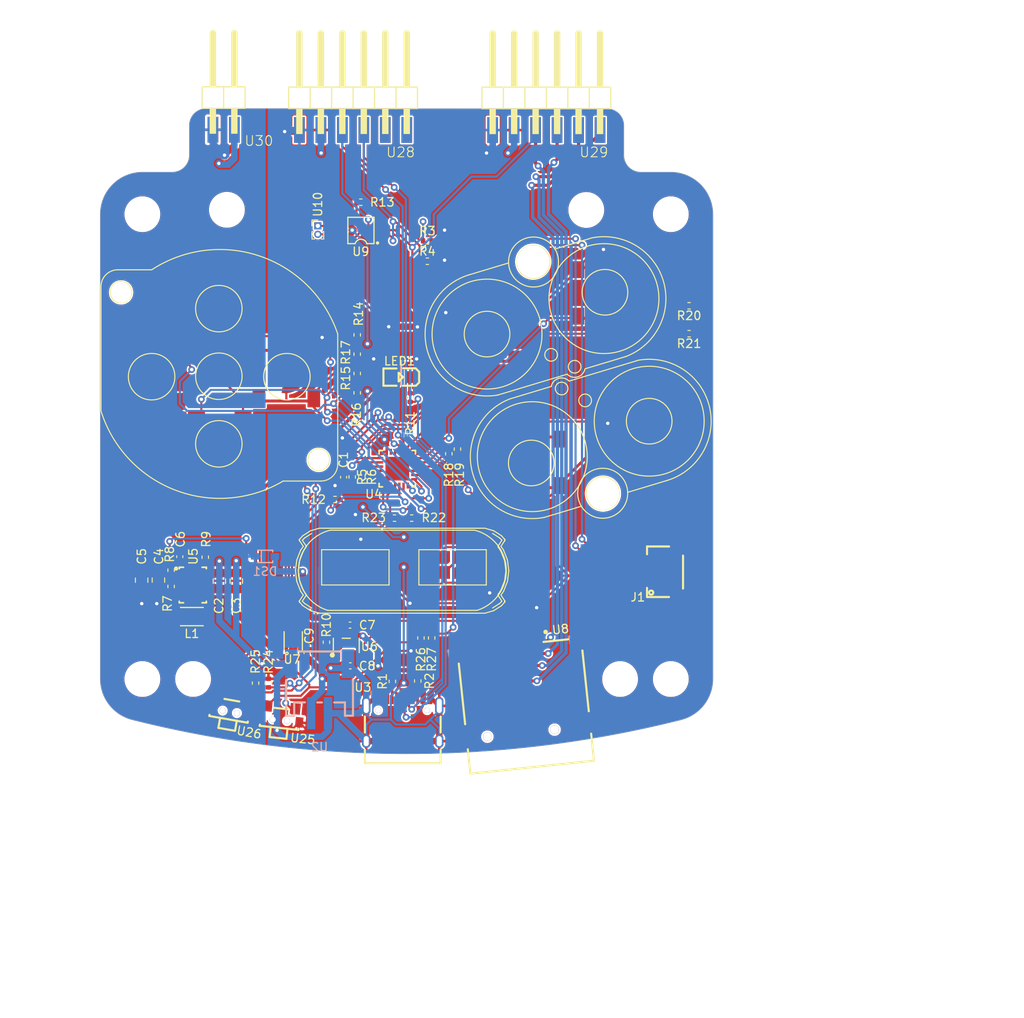
<source format=kicad_pcb>
(kicad_pcb (version 20221018) (generator pcbnew)
  (layers (0 "F.Cu" signal) (31 "B.Cu" signal) (34 "B.Paste" user) (35 "F.Paste" user) (36 "B.SilkS" user "B.Silkscreen") (37 "F.SilkS" user "F.Silkscreen") (38 "B.Mask" user) (39 "F.Mask" user) (44 "Edge.Cuts" user))
  (net 0 "")
  (net 1 "vina")
  (net 2 "box-gnd")
  (net 3 "out")
  (net 4 "box-vcc-1")
  (net 5 "box-vcc-2")
  (net 6 "pg")
  (net 7 "l2")
  (net 8 "l1")
  (net 9 "p1_0")
  (net 10 "p1_1")
  (net 11 "p1_2")
  (net 12 "p1_3")
  (net 13 "p0_0")
  (net 14 "p0_1")
  (net 15 "p0_2")
  (net 16 "p0_3")
  (net 17 "p0_4")
  (net 18 "p0_5")
  (net 19 "p0_6")
  (net 20 "p0_7")
  (net 21 "p1_4")
  (net 22 "p1_5")
  (net 23 "p1_6")
  (net 24 "p1_7")
  (net 25 "scl")
  (net 26 "sda")
  (net 27 "box-vcc")
  (net 28 "intn")
  (net 29 "rstn")
  (net 30 "box-vcc-3")
  (net 31 "sbu2")
  (net 32 "cc1")
  (net 33 "dm")
  (net 34 "dp")
  (net 35 "sbu1")
  (net 36 "cc2")
  (net 37 "box.mcp73831-gnd")
  (net 38 "prog")
  (net 39 "dat2")
  (net 40 "cs")
  (net 41 "mosi")
  (net 42 "sck")
  (net 43 "miso")
  (net 44 "dat1")
  (net 45 "net")
  (net 46 "ep")
  (net 47 "cathode")
  (net 48 "battery_measurement")
  (net 49 "_1")
  (net 50 "connector.pmod1-_2")
  (net 51 "_3")
  (net 52 "connector.pmod1-_4")
  (net 53 "connector.pmod2-_2")
  (net 54 "connector.pmod2-_4")
  (net 55 "_6")
  (net 56 "en")
  (net 57 "reg")
  (net 58 "a")
  (net 59 "in_trig")
  (net 60 "b")
  (footprint "lib:BOX_EMU_BASE" (layer "F.Cu") (at 146.939 79.883)
    (fp_text reference "U1" hide)
    (fp_text value "")
    (fp_line (start -36.94 2.539769) (end -36.94 57.529759) (stroke (width 0.05)) (layer "Edge.Cuts"))
    (fp_line (start 35.56 57.537278) (end 35.56 2.54) (stroke (width 0.05)) (layer "Edge.Cuts"))
    (fp_arc (start -33.163661 62.377719) (mid -35.884512 60.602359) (end -36.94 57.529759) (stroke (width 0.05)) (layer "Edge.Cuts"))
    (fp_arc (start 31.856609 62.368841) (mid -0.652974 66.414981) (end -33.16366 62.377719) (stroke (width 0.05)) (layer "Edge.Cuts"))
    (fp_arc (start 35.56 57.537278) (mid 34.528359 60.58163) (end 31.856609 62.368841) (stroke (width 0.05)) (layer "Edge.Cuts"))
  )
  (footprint "lib:R0402" (layer "F.Cu") (at 147.944 132.567 90)
    (fp_text reference "R26")
    (fp_text value "62.5mW Thick Film Resistors 50V ±100ppm/℃ ±1% 255Ω 0402  Chip Resistor - Surface Mount ROHS")
  )
  (footprint "lib:R0402" (layer "F.Cu") (at 148.704 85.575)
    (fp_text reference "R3")
    (fp_text value "62.5mW Thick Film Resistors 50V ±100ppm/℃ ±1% 10kΩ 0402  Chip Resistor - Surface Mount ROHS")
  )
  (footprint "lib:GBC_A_B_BUTTON" (layer "F.Cu") (at 174.92 106.701)
    (fp_text reference "U18" hide)
    (fp_text value "" hide)
  )
  (footprint "lib:GBC_A_B_BUTTON" (layer "F.Cu") (at 155.784695 96.816068 180)
    (fp_text reference "U21" hide)
    (fp_text value "" hide)
  )
  (footprint "Connector_PinHeader_1.00mm:PinHeader_1x02_P1.00mm_Vertical" (layer "F.Cu") (at 135.752 83.797)
    (fp_text reference "U10")
    (fp_text value "")
  )
  (footprint "lib:GBC_START_SELECT_BUTTON" (layer "F.Cu") (at 151.636 123.922 90)
    (fp_text reference "U23" hide)
    (fp_text value "" hide)
  )
  (footprint "lib:R0402" (layer "F.Cu") (at 137.786 116.182)
    (fp_text reference "R12")
    (fp_text value "62.5mW Thick Film Resistors 50V ±100ppm/℃ ±1% 10kΩ 0402  Chip Resistor - Surface Mount ROHS")
  )
  (footprint "lib:R0402" (layer "F.Cu") (at 179.660695 93.260068 180)
    (fp_text reference "R20")
    (fp_text value "62.5mW Thick Film Resistors 50V ±100ppm/℃ ±1% 10kΩ 0402  Chip Resistor - Surface Mount ROHS")
  )
  (footprint "lib:R0402" (layer "F.Cu") (at 140.959 113.513 -90)
    (fp_text reference "R6")
    (fp_text value "62.5mW Thick Film Resistors 50V ±100ppm/℃ ±1% 10kΩ 0402  Chip Resistor - Surface Mount ROHS")
  )
  (footprint "lib:R0402" (layer "F.Cu") (at 144.816 118.382 180)
    (fp_text reference "R23")
    (fp_text value "62.5mW Thick Film Resistors 50V ±100ppm/℃ ±1% 10kΩ 0402  Chip Resistor - Surface Mount ROHS")
  )
  (footprint "lib:C0805" (layer "F.Cu") (at 126.111903 125.829277 90)
    (fp_text reference "C3")
    (fp_text value "25V 10uF X5R ±10% 0805  Multilayer Ceramic Capacitors MLCC - SMD/SMT ROHS")
  )
  (footprint "lib:R0402" (layer "F.Cu") (at 152.262 110.213 90)
    (fp_text reference "R19")
    (fp_text value "62.5mW Thick Film Resistors 50V ±100ppm/℃ ±1% 10kΩ 0402  Chip Resistor - Surface Mount ROHS")
  )
  (footprint "lib:GBC_A_B_BUTTON" (layer "F.Cu") (at 169.754695 91.736068 180)
    (fp_text reference "U20" hide)
    (fp_text value "" hide)
  )
  (footprint "lib:LED0805-R-RD" (layer "F.Cu") (at 145.51 101.697 180)
    (fp_text reference "LED1")
    (fp_text value "")
  )
  (footprint "lib:SW-SMD_TS24CA" (layer "F.Cu") (at 131.343831 141.540067 174)
    (fp_text reference "U25")
    (fp_text value "")
  )
  (footprint "lib:C0402" (layer "F.Cu") (at 119.424406 122.946258 90)
    (fp_text reference "C6")
    (fp_text value "16V 100nF X7R ±10% 0402  Multilayer Ceramic Capacitors MLCC - SMD/SMT ROHS")
  )
  (footprint "lib:VFQFPN-24_L4.0-W4.0-P0.50-BL-EP2.8" (layer "F.Cu") (at 145.138 112.531)
    (fp_text reference "U4")
    (fp_text value "")
  )
  (footprint "lib:R0402" (layer "F.Cu") (at 129.91 137.899 -90)
    (fp_text reference "R24")
    (fp_text value "62.5mW Thick Film Resistors 50V ±100ppm/℃ ±1% 10kΩ 0402  Chip Resistor - Surface Mount ROHS")
  )
  (footprint "lib:GBC_DPAD_BUTTON" (layer "F.Cu") (at 124.152 109.654 90)
    (fp_text reference "U13" hide)
    (fp_text value "" hide)
  )
  (footprint "lib:C0805" (layer "F.Cu") (at 124.108127 125.841119 90)
    (fp_text reference "C2")
    (fp_text value "25V 10uF X5R ±10% 0805  Multilayer Ceramic Capacitors MLCC - SMD/SMT ROHS")
  )
  (footprint "lib:R0402" (layer "F.Cu") (at 118.398857 126.467 90)
    (fp_text reference "R7")
    (fp_text value "62.5mW Thick Film Resistors 50V ±100ppm/℃ ±1% 243kΩ 0402  Chip Resistor - Surface Mount ROHS")
  )
  (footprint "lib:GAMEBOY_COLOR_DPAD_MEMBRANE" (layer "F.Cu") (at 124.037651 101.500871)
    (fp_text reference "U11" hide)
    (fp_text value "" hide)
  )
  (footprint "lib:C0402" (layer "F.Cu") (at 138.8 113.543 -90)
    (fp_text reference "C1")
    (fp_text value "16V 100nF X7R ±10% 0402  Multilayer Ceramic Capacitors MLCC - SMD/SMT ROHS")
  )
  (footprint "lib:VSSOP-10_L3.0-W3.0-P0.50-LS4.9-BL" (layer "F.Cu") (at 140.832 84.305 90)
    (fp_text reference "U9")
    (fp_text value "")
  )
  (footprint "lib:SW-SMD_TS24CA" (layer "F.Cu") (at 125.471709 140.549097 170)
    (fp_text reference "U26")
    (fp_text value "")
  )
  (footprint "lib:IND-SMD_L2.5-W2.0_WPN252012H" (layer "F.Cu") (at 120.848939 130.033748)
    (fp_text reference "L1")
    (fp_text value "")
  )
  (footprint "lib:R0402" (layer "F.Cu") (at 128.386 137.901 -90)
    (fp_text reference "R25")
    (fp_text value "62.5mW Thick Film Resistors 50V ±100ppm/℃ ±1% 10kΩ 0402  Chip Resistor - Surface Mount ROHS")
  )
  (footprint "lib:R0402" (layer "F.Cu") (at 140.408 103.56 90)
    (fp_text reference "R16")
    (fp_text value "62.5mW Thick Film Resistors 50V ±100ppm/℃ ±1% 10kΩ 0402  Chip Resistor - Surface Mount ROHS")
  )
  (footprint "lib:R0402" (layer "F.Cu") (at 122.438202 123.006331 90)
    (fp_text reference "R9")
    (fp_text value "62.5mW Thick Film Resistors 50V ±100ppm/℃ ±1% 1MΩ 0402  Chip Resistor - Surface Mount ROHS")
  )
  (footprint "lib:GBC_DPAD_BUTTON" (layer "F.Cu") (at 116.076 101.824)
    (fp_text reference "U14" hide)
    (fp_text value "" hide)
  )
  (footprint "lib:R0402" (layer "F.Cu") (at 118.398857 124.547847 90)
    (fp_text reference "R8")
    (fp_text value "62.5mW Thick Film Resistors 50V ±100ppm/℃ ±1% 27.4kΩ 0402  Chip Resistor - Surface Mount ROHS")
  )
  (footprint "lib:R0402" (layer "F.Cu") (at 147.567795 137.65403 90)
    (fp_text reference "R2")
    (fp_text value "62.5mW Thick Film Resistors 50V ±100ppm/℃ ±1% 5.1kΩ 0402  Chip Resistor - Surface Mount ROHS")
  )
  (footprint "lib:C0402" (layer "F.Cu") (at 139.562 131.041 180)
    (fp_text reference "C7")
    (fp_text value "10V 4.7uF X5R ±20% 0402  Multilayer Ceramic Capacitors MLCC - SMD/SMT ROHS")
  )
  (footprint "lib:USB-C-SMD_TYPE-611-T3-W" (layer "F.Cu") (at 145.7942 142.2236)
    (fp_text reference "U3")
    (fp_text value "")
  )
  (footprint "lib:C0805" (layer "F.Cu") (at 116.898719 125.715719 90)
    (fp_text reference "C4")
    (fp_text value "25V 10uF X5R ±10% 0805  Multilayer Ceramic Capacitors MLCC - SMD/SMT ROHS")
  )
  (footprint "lib:GAMEBOY_COLOR_A_B_BUTTON_MEMBRANE" (layer "F.Cu") (at 167.95325 109.380716)
    (fp_text reference "U16" hide)
    (fp_text value "" hide)
  )
  (footprint "lib:GBC_DPAD_BUTTON" (layer "F.Cu") (at 124.196 93.6 -90)
    (fp_text reference "U12" hide)
    (fp_text value "" hide)
  )
  (footprint "lib:CONN-SMD_4P-P1.00_SM04B-SRSS-TB-LF-SN" (layer "F.Cu") (at 176.484 124.697 90)
    (fp_text reference "J1")
    (fp_text value "")
  )
  (footprint "lib:C0402" (layer "F.Cu") (at 139.59 135.867 180)
    (fp_text reference "C8")
    (fp_text value "10V 4.7uF X5R ±20% 0402  Multilayer Ceramic Capacitors MLCC - SMD/SMT ROHS")
  )
  (footprint "lib:GAMEBOY_COLOR_START_SELECT_MEMBRANE" (layer "F.Cu") (at 145.4692 124.2419)
    (fp_text reference "U22" hide)
    (fp_text value "" hide)
  )
  (footprint "lib:R0402" (layer "F.Cu") (at 144.567149 137.701103 90)
    (fp_text reference "R1")
    (fp_text value "62.5mW Thick Film Resistors 50V ±100ppm/℃ ±1% 5.1kΩ 0402  Chip Resistor - Surface Mount ROHS")
  )
  (footprint "lib:R0402" (layer "F.Cu") (at 140.834 81.003 180)
    (fp_text reference "R13")
    (fp_text value "62.5mW Thick Film Resistors 50V ±100ppm/℃ ±1% 10kΩ 0402  Chip Resistor - Surface Mount ROHS")
  )
  (footprint "lib:GAMEBOY_COLOR_A_B_BUTTON_MEMBRANE" (layer "F.Cu") (at 162.751445 94.136352 180)
    (fp_text reference "U19" hide)
    (fp_text value "" hide)
  )
  (footprint "lib:2X02_EDGE_REVERSED" (layer "F.Cu") (at 124.605199 69.633359)
    (fp_text reference "U30")
    (fp_text value "" hide)
  )
  (footprint "lib:R0402" (layer "F.Cu") (at 136.768 133.071 -90)
    (fp_text reference "R10")
    (fp_text value "62.5mW Thick Film Resistors 50V ±100ppm/℃ ±1% 2kΩ 0402  Chip Resistor - Surface Mount ROHS")
  )
  (footprint "lib:DFN-8_L2.0-W2.0-P0.50-BL-EP" (layer "F.Cu") (at 132.843 132.905)
    (fp_text reference "U7")
    (fp_text value "")
  )
  (footprint "lib:R0402" (layer "F.Cu") (at 146.852 118.382)
    (fp_text reference "R22")
    (fp_text value "62.5mW Thick Film Resistors 50V ±100ppm/℃ ±1% 10kΩ 0402  Chip Resistor - Surface Mount ROHS")
  )
  (footprint "lib:R0402" (layer "F.Cu") (at 149.214 132.563 -90)
    (fp_text reference "R27")
    (fp_text value "62.5mW Thick Film Resistors 50V ±100ppm/℃ ±1% 249Ω 0402  Chip Resistor - Surface Mount ROHS")
  )
  (footprint "lib:GBC_A_B_BUTTON" (layer "F.Cu") (at 160.95 111.781)
    (fp_text reference "U17" hide)
    (fp_text value "" hide)
  )
  (footprint "lib:BOX_EMU" (layer "F.Cu") (at 147.01899 72.343008)
    (fp_text reference "U27" hide)
    (fp_text value "")
    (fp_line (start -32.020022 5.079733) (end -28.473544 5.079733) (stroke (width 0.05)) (layer "Edge.Cuts"))
    (fp_line (start -26.48399 -0.44303) (end -26.48399 3.075642) (stroke (width 0.05)) (layer "Edge.Cuts"))
    (fp_line (start 22.94421 -2.424199) (end -24.496959 -2.443149) (stroke (width 0.05)) (layer "Edge.Cuts"))
    (fp_line (start 24.94401 3.080001) (end 24.94401 -0.424199) (stroke (width 0.05)) (layer "Edge.Cuts"))
    (fp_line (start 30.48 5.080001) (end 26.94401 5.080001) (stroke (width 0.05)) (layer "Edge.Cuts"))
    (fp_arc (start -37.019991 10.079761) (mid -35.55556 6.544205) (end -32.020022 5.079733) (stroke (width 0.05)) (layer "Edge.Cuts"))
    (fp_arc (start -26.48399 -0.443031) (mid -25.90284 -1.852757) (end -24.496959 -2.443149) (stroke (width 0.05)) (layer "Edge.Cuts"))
    (fp_arc (start -26.48399 3.075641) (mid -27.064636 4.4847) (end -28.469422 5.075611) (stroke (width 0.05)) (layer "Edge.Cuts"))
    (fp_arc (start 22.944209 -2.424199) (mid 24.358289 -1.838337) (end 24.94401 -0.424199) (stroke (width 0.05)) (layer "Edge.Cuts"))
    (fp_arc (start 26.94401 5.080001) (mid 25.529791 4.49422) (end 24.94401 3.080001) (stroke (width 0.05)) (layer "Edge.Cuts"))
    (fp_arc (start 30.48 5.08) (mid 34.015533 6.544465) (end 35.48001 10.079992) (stroke (width 0.05)) (layer "Edge.Cuts"))
  )
  (footprint "lib:SIM-SMD_C9900007362" (layer "F.Cu") (at 160.120109 138.05131 6)
    (fp_text reference "U8")
    (fp_text value "")
  )
  (footprint "lib:R0402" (layer "F.Cu") (at 179.660695 96.562068 180)
    (fp_text reference "R21")
    (fp_text value "62.5mW Thick Film Resistors 50V ±100ppm/℃ ±1% 10kΩ 0402  Chip Resistor - Surface Mount ROHS")
  )
  (footprint "lib:GBC_START_SELECT_BUTTON" (layer "F.Cu") (at 140.246 124.224 90)
    (fp_text reference "U24" hide)
    (fp_text value "" hide)
  )
  (footprint "lib:R0402" (layer "F.Cu") (at 146.674 104.115 -90)
    (fp_text reference "R11")
    (fp_text value "62.5mW Thick Film Resistors 50V ±100ppm/℃ ±1% 2.55kΩ 0402  Chip Resistor - Surface Mount ROHS")
  )
  (footprint "lib:R0402" (layer "F.Cu") (at 140.408 101.27 90)
    (fp_text reference "R15")
    (fp_text value "62.5mW Thick Film Resistors 50V ±100ppm/℃ ±1% 10kΩ 0402  Chip Resistor - Surface Mount ROHS")
  )
  (footprint "lib:C0805" (layer "F.Cu") (at 114.912839 125.724379 90)
    (fp_text reference "C5")
    (fp_text value "25V 10uF X5R ±10% 0805  Multilayer Ceramic Capacitors MLCC - SMD/SMT ROHS")
  )
  (footprint "lib:VSON-14_L4.0-W3.0-P0.50-BL-EP_TI_DSJ" (layer "F.Cu") (at 120.962721 126.298474 -90)
    (fp_text reference "U5")
    (fp_text value "")
  )
  (footprint "lib:2X06_EDGE_REVERSED" (layer "F.Cu") (at 162.777899 76.025759)
    (fp_text reference "U29")
    (fp_text value "" hide)
  )
  (footprint "lib:R0402" (layer "F.Cu") (at 139.816 113.513 -90)
    (fp_text reference "R5")
    (fp_text value "62.5mW Thick Film Resistors 50V ±100ppm/℃ ±1% 10kΩ 0402  Chip Resistor - Surface Mount ROHS")
  )
  (footprint "lib:C0402" (layer "F.Cu") (at 134.482 134.315 90)
    (fp_text reference "C9")
    (fp_text value "16V 100nF X7R ±10% 0402  Multilayer Ceramic Capacitors MLCC - SMD/SMT ROHS")
  )
  (footprint "lib:GBC_DPAD_BUTTON" (layer "F.Cu") (at 132.026 101.526 180)
    (fp_text reference "U15" hide)
    (fp_text value "" hide)
  )
  (footprint "lib:2X06_EDGE_REVERSED" (layer "F.Cu") (at 139.917999 76.013659)
    (fp_text reference "U28")
    (fp_text value "" hide)
  )
  (footprint "lib:R0402" (layer "F.Cu") (at 151.246 110.767 90)
    (fp_text reference "R18")
    (fp_text value "62.5mW Thick Film Resistors 50V ±100ppm/℃ ±1% 10kΩ 0402  Chip Resistor - Surface Mount ROHS")
  )
  (footprint "lib:R0402" (layer "F.Cu") (at 148.704 87.988)
    (fp_text reference "R4")
    (fp_text value "62.5mW Thick Film Resistors 50V ±100ppm/℃ ±1% 10kΩ 0402  Chip Resistor - Surface Mount ROHS")
  )
  (footprint "lib:R0402" (layer "F.Cu") (at 140.408 96.7 90)
    (fp_text reference "R14")
    (fp_text value "62.5mW Thick Film Resistors 50V ±100ppm/℃ ±1% 10kΩ 0402  Chip Resistor - Surface Mount ROHS")
  )
  (footprint "lib:SOT-23-5_L3.0-W1.7-P0.95-LS2.8-BL" (layer "F.Cu") (at 139.115 133.447)
    (fp_text reference "U6")
    (fp_text value "")
  )
  (footprint "lib:R0402" (layer "F.Cu") (at 140.408 98.986 90)
    (fp_text reference "R17")
    (fp_text value "62.5mW Thick Film Resistors 50V ±100ppm/℃ ±1% 10kΩ 0402  Chip Resistor - Surface Mount ROHS")
  )
  (footprint "lib:SOD-323_L1.8-W1.3-LS2.5-RD" (layer "B.Cu") (at 129.502 122.913)
    (fp_text reference "DS1")
    (fp_text value "")
  )
  (footprint "lib:CONN-SMD_P2.00_S2B-PH-SM4-TB-LF-SN" (layer "B.Cu") (at 135.958 138.543)
    (fp_text reference "U2")
    (fp_text value "")
  )
  (segment (start 127.279658 125.50545) (end 127.279658 120.786) (width 0.254) (layer "F.Cu") (net 1))
  (segment (start 119.512721 123.514573) (end 119.424406 123.426258) (width 0.25) (layer "F.Cu") (net 1))
  (segment (start 119.424406 123.426258) (end 119.114407 123.426258) (width 0.254) (layer "F.Cu") (net 1))
  (segment (start 119.512721 124.798474) (end 119.512721 123.514573) (width 0.25) (layer "F.Cu") (net 1))
  (segment (start 126.986634 125.798474) (end 127.279658 125.50545) (width 0.254) (layer "F.Cu") (net 1))
  (segment (start 118.226 122.537851) (end 118.226 121.135) (width 0.254) (layer "F.Cu") (net 1))
  (segment (start 122.412721 125.798474) (end 126.986634 125.798474) (width 0.254) (layer "F.Cu") (net 1))
  (segment (start 119.114407 123.426258) (end 118.226 122.537851) (width 0.254) (layer "F.Cu") (net 1))
  (via (at 118.226 121.135) (size 0.8) (drill 0.4) (layers "F.Cu" "B.Cu") (net 1))
  (via (at 127.279658 120.786) (size 0.8) (drill 0.4) (layers "F.Cu" "B.Cu") (net 1))
  (segment (start 118.575 120.786) (end 118.226 121.135) (width 0.254) (layer "B.Cu") (net 1))
  (segment (start 127.279658 120.786) (end 118.575 120.786) (width 0.254) (layer "B.Cu") (net 1))
  (segment (start 130.926 143.199698) (end 130.926 143.487) (width 0.25) (layer "F.Cu") (net 2))
  (segment (start 116.890059 124.774379) (end 116.898719 124.765719) (width 0.25) (layer "F.Cu") (net 2))
  (segment (start 158.242 75.184) (end 158.967899 74.458101) (width 0.762) (layer "F.Cu") (net 2))
  (segment (start 150.1142 140.5936) (end 150.0642 140.5936) (width 0.508) (layer "F.Cu") (net 2))
  (segment (start 147.138 112.781) (end 149.742 112.781) (width 0.25) (layer "F.Cu") (net 2))
  (segment (start 141.614 103.665) (end 141.614 103.355) (width 0.25) (layer "F.Cu") (net 2))
  (segment (start 123.335199 72.427359) (end 123.335199 75.704324) (width 0.762) (layer "F.Cu") (net 2))
  (segment (start 149.214 133.073) (end 149.214 139.6038) (width 0.508) (layer "F.Cu") (net 2))
  (segment (start 123.072942 140.908008) (end 124.424934 142.26) (width 0.25) (layer "F.Cu") (net 2))
  (segment (start 141.614 101.785) (end 141.614 103.355) (width 0.25) (layer "F.Cu") (net 2))
  (segment (start 121.962721 125.298474) (end 120.962721 126.298474) (width 0.254) (layer "F.Cu") (net 2))
  (segment (start 132.843 132.905) (end 132.478 132.905) (width 0.25) (layer "F.Cu") (net 2))
  (segment (start 174.544 126.197) (end 176.405 126.197) (width 0.381) (layer "F.Cu") (net 2))
  (segment (start 166.994 136.629) (end 174.544 129.079) (width 0.381) (layer "F.Cu") (net 2))
  (segment (start 128.386 137.391) (end 128.386 136.375) (width 0.25) (layer "F.Cu") (net 2))
  (segment (start 143.138 113.781) (end 143.898 113.781) (width 0.25) (layer "F.Cu") (net 2))
  (segment (start 144.888 112.791) (end 145.148 112.531) (width 0.25) (layer "F.Cu") (net 2))
  (segment (start 141.614 97.755) (end 141.614 99.515) (width 0.25) (layer "F.Cu") (net 2))
  (segment (start 147.138 112.781) (end 145.398 112.781) (width 0.25) (layer "F.Cu") (net 2))
  (segment (start 176.405 126.197) (end 180.170695 122.431305) (width 0.381) (layer "F.Cu") (net 2))
  (segment (start 122.408129 122.466258) (end 122.438202 122.496331) (width 0.381) (layer "F.Cu") (net 2))
  (segment (start 122.412721 125.298474) (end 123.700772 125.298474) (width 0.254) (layer "F.Cu") (net 2))
  (segment (start 151.708 111.277) (end 152.262 110.723) (width 0.25) (layer "F.Cu") (net 2))
  (segment (start 141.609 101.78) (end 141.614 101.785) (width 0.25) (layer "F.Cu") (net 2))
  (segment (start 138.482 84.305) (end 139.816 84.305) (width 0.25) (layer "F.Cu") (net 2))
  (segment (start 123.700772 125.298474) (end 124.108127 124.891119) (width 0.254) (layer "F.Cu") (net 2))
  (segment (start 149.214 133.073) (end 151.5 133.073) (width 0.508) (layer "F.Cu") (net 2))
  (segment (start 147.520722 137.191103) (end 147.567795 137.14403) (width 0.254) (layer "F.Cu") (net 2))
  (segment (start 130.926 143.199698) (end 132.89731 143.199698) (width 0.25) (layer "F.Cu") (net 2))
  (segment (start 126.100061 124.891119) (end 126.111903 124.879277) (width 0.762) (layer "F.Cu") (net 2))
  (segment (start 128.64 137.389) (end 130.164 137.389) (width 0.25) (layer "F.Cu") (net 2))
  (segment (start 143.138 114.384) (end 141.086 116.436) (width 0.25) (layer "F.Cu") (net 2))
  (segment (start 149.742 112.781) (end 151.246 111.277) (width 0.25) (layer "F.Cu") (net 2))
  (segment (start 124.108127 124.891119) (end 124.108127 123.461127) (width 0.762) (layer "F.Cu") (net 2))
  (segment (start 156.333912 133.924467) (end 159.038445 136.629) (width 0.381) (layer "F.Cu") (net 2))
  (segment (start 128.617301 141.70679) (end 128.975944 142.065433) (width 0.25) (layer "F.Cu") (net 2))
  (segment (start 151.5 133.073) (end 152.77 131.803) (width 0.508) (layer "F.Cu") (net 2))
  (segment (start 152.77 131.803) (end 155.821257 131.803) (width 0.508) (layer "F.Cu") (net 2))
  (segment (start 122.438202 122.496331) (end 123.143331 122.496331) (width 0.381) (layer "F.Cu") (net 2))
  (segment (start 150.0642 140.5936) (end 149.1442 139.6736) (width 0.508) (layer "F.Cu") (net 2))
  (segment (start 136.768 133.581) (end 136.768 135.613) (width 0.762) (layer "F.Cu") (net 2))
  (segment (start 145.912 118.382) (end 145.326 118.382) (width 0.25) (layer "F.Cu") (net 2))
  (segment (start 143.898 113.781) (end 145.148 112.531) (width 0.25) (layer "F.Cu") (net 2))
  (segment (start 141.4742 144.7736) (end 150.1142 144.7736) (width 0.762) (layer "F.Cu") (net 2))
  (segment (start 136.514 133.835) (end 136.768 133.581) (width 0.381) (layer "F.Cu") (net 2))
  (segment (start 133.208 132.905) (end 133.599 133.296) (width 0.25) (layer "F.Cu") (net 2))
  (segment (start 133.593 133.835) (end 136.514 133.835) (width 0.381) (layer "F.Cu") (net 2))
  (segment (start 119.962721 125.298474) (end 120.962721 126.298474) (width 0.254) (layer "F.Cu") (net 2))
  (segment (start 126.111903 124.879277) (end 126.111903 123.432903) (width 0.762) (layer "F.Cu") (net 2))
  (segment (start 156.333912 133.120061) (end 156.333912 133.924467) (width 0.381) (layer "F.Cu") (net 2))
  (segment (start 141.4742 144.7736) (end 141.4742 140.5936) (width 0.762) (layer "F.Cu") (net 2))
  (segment (start 141.614 99.515) (end 141.614 101.785) (width 0.25) (layer "F.Cu") (net 2))
  (segment (start 145.912 137.191103) (end 147.520722 137.191103) (width 0.254) (layer "F.Cu") (net 2))
  (segment (start 135.77808 144.7736) (end 141.4742 144.7736) (width 0.25) (layer "F.Cu") (net 2))
  (segment (start 132.89731 143.199698) (end 133.550744 142.546264) (width 0.25) (layer "F.Cu") (net 2))
  (segment (start 127.603058 141.70679) (end 128.617301 141.70679) (width 0.25) (layer "F.Cu") (net 2))
  (segment (start 143.898 110.531) (end 143.898 111.281) (width 0.25) (layer "F.Cu") (net 2))
  (segment (start 155.821257 131.803) (end 156.333912 132.315655) (width 0.508) (layer "F.Cu") (net 2))
  (segment (start 145.912 137.191103) (end 145.912 137.899) (width 0.254) (layer "F.Cu") (net 2))
  (segment (start 114.912839 124.774379) (end 116.890059 124.774379) (width 0.25) (layer "F.Cu") (net 2))
  (segment (start 123.143331 122.496331) (end 124.108127 123.461127) (width 0.381) (layer "F.Cu") (net 2))
  (segment (start 158.967899 74.458101) (end 158.967899 72.469759) (width 0.762) (layer "F.Cu") (net 2))
  (segment (start 136.768 135.613) (end 137.276 136.121) (width 0.762) (layer "F.Cu") (net 2))
  (segment (start 180.202 93.322) (end 180.202 96.624) (width 0.25) (layer "F.Cu") (net 2))
  (segment (start 141.069 97.21) (end 141.614 97.755) (width 0.25) (layer "F.Cu") (net 2))
  (segment (start 143.898 110.531) (end 143.898 109.342) (width 0.25) (layer "F.Cu") (net 2))
  (segment (start 117.670985 124.765719) (end 118.398857 124.037847) (width 0.25) (layer "F.Cu") (net 2))
  (segment (start 132.478 132.905) (end 132.087 133.296) (width 0.25) (layer "F.Cu") (net 2))
  (segment (start 146.342 118.382) (end 145.912 118.382) (width 0.25) (layer "F.Cu") (net 2))
  (segment (start 130.110209 143.199698) (end 130.926 143.199698) (width 0.25) (layer "F.Cu") (net 2))
  (segment (start 139.176 134.658) (end 139.115 134.597) (width 0.762) (layer "F.Cu") (net 2))
  (segment (start 126.059873 123.461127) (end 126.1 123.421) (width 0.381) (layer "F.Cu") (net 2))
  (segment (start 132.087 133.296) (end 132.087 133.835) (width 0.25) (layer "F.Cu") (net 2))
  (segment (start 116.898719 124.765719) (end 117.670985 124.765719) (width 0.25) (layer "F.Cu") (net 2))
  (segment (start 128.975944 142.065433) (end 130.110209 143.199698) (width 0.25) (layer "F.Cu") (net 2))
  (segment (start 133.599 133.296) (end 133.599 133.835) (width 0.25) (layer "F.Cu") (net 2))
  (segment (start 143.138 113.781) (end 143.138 114.384) (width 0.25) (layer "F.Cu") (net 2))
  (segment (start 124.424934 142.26) (end 127.049848 142.26) (width 0.25) (layer "F.Cu") (net 2))
  (segment (start 124.108127 123.461127) (end 126.059873 123.461127) (width 0.381) (layer "F.Cu") (net 2))
  (segment (start 150.1142 144.7736) (end 150.1142 140.5936) (width 0.762) (layer "F.Cu") (net 2))
  (segment (start 123.335199 75.704324) (end 124.042034 76.411159) (width 0.762) (layer "F.Cu") (net 2))
  (segment (start 127.049848 142.26) (end 127.603058 141.70679) (width 0.25) (layer "F.Cu") (net 2))
  (segment (start 126.111903 123.432903) (end 126.1 123.421) (width 0.762) (layer "F.Cu") (net 2))
  (segment (start 136.144 72.49366) (end 136.107999 72.457659) (width 0.762) (layer "F.Cu") (net 2))
  (segment (start 133.093 131.975) (end 133.093 132.655) (width 0.25) (layer "F.Cu") (net 2))
  (segment (start 141.209 104.07) (end 140.408 104.07) (width 0.25) (layer "F.Cu") (net 2))
  (segment (start 124.068 123.421) (end 124.108127 123.461127) (width 0.762) (layer "F.Cu") (net 2))
  (segment (start 143.898 111.281) (end 145.148 112.531) (width 0.25) (layer "F.Cu") (net 2))
  (segment (start 174.544 129.079) (end 174.544 126.197) (width 0.381) (layer "F.Cu") (net 2))
  (segment (start 119.424406 122.466258) (end 122.408129 122.466258) (width 0.381) (layer "F.Cu") (net 2))
  (segment (start 133.093 132.655) (end 132.843 132.905) (width 0.25) (layer "F.Cu") (net 2))
  (segment (start 119.512721 125.298474) (end 119.962721 125.298474) (width 0.254) (layer "F.Cu") (net 2))
  (segment (start 140.408 99.496) (end 141.595 99.496) (width 0.25) (layer "F.Cu") (net 2))
  (segment (start 141.086 116.436) (end 141.086 117.071) (width 0.25) (layer "F.Cu") (net 2))
  (segment (start 141.595 99.496) (end 141.614 99.515) (width 0.25) (layer "F.Cu") (net 2))
  (segment (start 140.408 101.78) (end 141.609 101.78) (width 0.25) (layer "F.Cu") (net 2))
  (segment (start 142.4442 139.6736) (end 142.3942 139.6736) (width 0.508) (layer "F.Cu") (net 2))
  (segment (start 142.3942 139.6736) (end 141.4742 140.5936) (width 0.508) (layer "F.Cu") (net 2))
  (segment (start 145.912 118.382) (end 145.912 124.183) (width 0.25) (layer "F.Cu") (net 2))
  (segment (start 140.408 97.21) (end 141.069 97.21) (width 0.25) (layer "F.Cu") (net 2))
  (segment (start 128.386 136.375) (end 129.148 135.613) (width 0.25) (layer "F.Cu") (net 2))
  (segment (start 122.412721 125.298474) (end 121.962721 125.298474) (width 0.254) (layer "F.Cu") (net 2))
  (segment (start 143.898 109.342) (end 143.626 109.07) (width 0.25) (layer "F.Cu") (net 2))
  (segment (start 132.843 132.905) (end 133.208 132.905) (width 0.25) (layer "F.Cu") (net 2))
  (segment (start 149.214 139.6038) (end 149.1442 139.6736) (width 0.508) (layer "F.Cu") (net 2))
  (segment (start 136.144 75.184) (end 136.144 72.49366) (width 0.762) (layer "F.Cu") (net 2))
  (segment (start 180.170695 122.431305) (end 180.170695 96.562068) (width 0.381) (layer "F.Cu") (net 2))
  (segment (start 137.276 136.121) (end 139.176 136.121) (width 0.762) (layer "F.Cu") (net 2))
  (segment (start 151.246 111.277) (end 151.708 111.277) (width 0.25) (layer "F.Cu") (net 2))
  (segment (start 141.614 103.665) (end 141.209 104.07) (width 0.25) (layer "F.Cu") (net 2))
  (segment (start 159.038445 136.629) (end 166.994 136.629) (width 0.381) (layer "F.Cu") (net 2))
  (segment (start 145.398 112.781) (end 145.148 112.531) (width 0.25) (layer "F.Cu") (net 2))
  (segment (start 133.550744 142.546264) (end 135.77808 144.7736) (width 0.25) (layer "F.Cu") (net 2))
  (segment (start 144.567149 137.191103) (end 145.912 137.191103) (width 0.254) (layer "F.Cu") (net 2))
  (segment (start 124.108127 124.891119) (end 126.100061 124.891119) (width 0.762) (layer "F.Cu") (net 2))
  (segment (start 156.333912 132.315655) (end 156.333912 133.120061) (width 0.508) (layer "F.Cu") (net 2))
  (segment (start 139.176 136.121) (end 139.176 134.658) (width 0.762) (layer "F.Cu") (net 2))
  (via (at 129.148 135.613) (size 0.8) (drill 0.4) (layers "F.Cu" "B.Cu") (net 2))
  (via (at 137.276 136.121) (size 0.8) (drill 0.4) (layers "F.Cu" "B.Cu") (net 2))
  (via (at 141.614 97.755) (size 0.8) (drill 0.4) (layers "F.Cu" "B.Cu") (net 2))
  (via (at 124.108127 123.461127) (size 0.8) (drill 0.4) (layers "F.Cu" "B.Cu") (net 2))
  (via (at 141.614 103.355) (size 0.8) (drill 0.4) (layers "F.Cu" "B.Cu") (net 2))
  (via (at 139.816 84.305) (size 0.8) (drill 0.4) (layers "F.Cu" "B.Cu") (net 2))
  (via (at 136.144 75.184) (size 0.8) (drill 0.4) (layers "F.Cu" "B.Cu") (net 2))
  (via (at 143.626 109.07) (size 0.8) (drill 0.4) (layers "F.Cu" "B.Cu") (net 2))
  (via (at 141.086 117.071) (size 0.8) (drill 0.4) (layers "F.Cu" "B.Cu") (net 2))
  (via (at 158.242 75.184) (size 0.8) (drill 0.4) (layers "F.Cu" "B.Cu") (net 2))
  (via (at 145.912 120.627) (size 0.8) (drill 0.4) (layers "F.Cu" "B.Cu") (net 2))
  (via (at 130.926 143.487) (size 0.8) (drill 0.4) (layers "F.Cu" "B.Cu") (net 2))
  (via (at 145.912 124.183) (size 0.8) (drill 0.4) (layers "F.Cu" "B.Cu") (net 2))
  (via (at 126.1 123.421) (size 0.8) (drill 0.4) (layers "F.Cu" "B.Cu") (net 2))
  (via (at 124.042034 76.411159) (size 0.8) (drill 0.4) (layers "F.Cu" "B.Cu") (net 2))
  (via (at 145.912 137.899) (size 0.8) (drill 0.4) (layers "F.Cu" "B.Cu") (net 2))
  (segment (start 124.179875 76.549) (end 124.042034 76.411159) (width 0.762) (layer "B.Cu") (net 2))
  (segment (start 136.107999 72.457659) (end 136.107999 75.147999) (width 0.762) (layer "B.Cu") (net 2))
  (segment (start 158.967899 72.469759) (end 158.967899 74.458101) (width 0.762) (layer "B.Cu") (net 2))
  (segment (start 144.642 120.627) (end 141.086 117.071) (width 0.25) (layer "B.Cu") (net 2))
  (segment (start 150.1142 141.1436) (end 150.1142 140.5936) (width 0.254) (layer "B.Cu") (net 2))
  (segment (start 145.912 124.183) (end 145.912 137.899) (width 0.25) (layer "B.Cu") (net 2))
  (segment (start 142.102 142.217) (end 141.4742 141.5892) (width 0.254) (layer "B.Cu") (net 2))
  (segment (start 158.967899 74.458101) (end 158.242 75.184) (width 0.762) (layer "B.Cu") (net 2))
  (segment (start 148.457336 142.800464) (end 149.0408 142.217) (width 0.254) (layer "B.Cu") (net 2))
  (segment (start 145.912 120.627) (end 144.642 120.627) (width 0.25) (layer "B.Cu") (net 2))
  (segment (start 136.958 141.473) (end 138.1736 141.473) (width 0.762) (layer "B.Cu") (net 2))
  (segment (start 125.875199 75.847993) (end 125.174192 76.549) (width 0.762) (layer "B.Cu") (net 2))
  (segment (start 132.608 135.613) (end 129.148 135.613) (width 0.762) (layer "B.Cu") (net 2))
  (segment (start 141.4742 142.8448) (end 141.4742 144.7736) (width 0.254) (layer "B.Cu") (net 2))
  (segment (start 125.174192 76.549) (end 124.179875 76.549) (width 0.762) (layer "B.Cu") (net 2))
  (segment (start 139.816 84.305) (end 141.614 86.103) (width 0.25) (layer "B.Cu") (net 2))
  (segment (start 125.875199 72.427359) (end 125.875199 75.847993) (width 0.762) (layer "B.Cu") (net 2))
  (segment (start 132.608 135.613) (end 130.926 137.295) (width 0.762) (layer "B.Cu") (net 2))
  (segment (start 140.5948 141.473) (end 141.4742 140.5936) (width 0.762) (layer "B.Cu") (net 2))
  (segment (start 142.102 142.217) (end 141.4742 142.8448) (width 0.254) (layer "B.Cu") (net 2))
  (segment (start 136.958 141.473) (end 140.5948 141.473) (width 0.762) (layer "B.Cu") (net 2))
  (segment (start 141.614 103.355) (end 141.614 107.058) (width 0.25) (layer "B.Cu") (net 2))
  (segment (start 136.107999 75.147999) (end 136.144 75.184) (width 0.762) (layer "B.Cu") (net 2))
  (segment (start 136.26 144.249) (end 136.958 143.551) (width 0.762) (layer "B.Cu") (net 2))
  (segment (start 141.4742 137.7792) (end 141.4742 140.5936) (width 0.762) (layer "B.Cu") (net 2))
  (segment (start 130.926 137.295) (end 130.926 143.487) (width 0.762) (layer "B.Cu") (net 2))
  (segment (start 141.614 86.103) (end 141.614 97.755) (width 0.25) (layer "B.Cu") (net 2))
  (segment (start 144.388 142.217) (end 144.971464 142.800464) (width 0.254) (layer "B.Cu") (net 2))
  (segment (start 149.0408 142.217) (end 150.1142 141.1436) (width 0.254) (layer "B.Cu") (net 2))
  (segment (start 150.1142 143.2904) (end 150.1142 144.7736) (width 0.254) (layer "B.Cu") (net 2))
  (segment (start 139.308 135.613) (end 141.4742 137.7792) (width 0.762) (layer "B.Cu") (net 2))
  (segment (start 139.308 135.613) (end 138.8 136.121) (width 0.762) (layer "B.Cu") (net 2))
  (segment (start 138.1736 141.473) (end 141.4742 144.7736) (width 0.762) (layer "B.Cu") (net 2))
  (segment (start 141.614 107.058) (end 143.626 109.07) (width 0.25) (layer "B.Cu") (net 2))
  (segment (start 124.108127 130.573127) (end 124.108127 123.461127) (width 0.762) (layer "B.Cu") (net 2))
  (segment (start 138.8 136.121) (end 137.276 136.121) (width 0.762) (layer "B.Cu") (net 2))
  (segment (start 129.148 135.613) (end 126.1 132.565) (width 0.762) (layer "B.Cu") (net 2))
  (segment (start 126.1 132.565) (end 124.108127 130.573127) (width 0.762) (layer "B.Cu") (net 2))
  (segment (start 136.958 143.551) (end 136.958 141.473) (width 0.762) (layer "B.Cu") (net 2))
  (segment (start 130.926 143.487) (end 131.688 144.249) (width 0.762) (layer "B.Cu") (net 2))
  (segment (start 149.0408 142.217) (end 150.1142 143.2904) (width 0.254) (layer "B.Cu") (net 2))
  (segment (start 126.1 132.565) (end 126.1 123.421) (width 0.762) (layer "B.Cu") (net 2))
  (segment (start 144.971464 142.800464) (end 148.457336 142.800464) (width 0.254) (layer "B.Cu") (net 2))
  (segment (start 144.388 142.217) (end 142.102 142.217) (width 0.254) (layer "B.Cu") (net 2))
  (segment (start 144.388 139.423) (end 144.388 142.217) (width 0.254) (layer "B.Cu") (net 2))
  (segment (start 145.912 137.899) (end 144.388 139.423) (width 0.254) (layer "B.Cu") (net 2))
  (segment (start 131.688 144.249) (end 136.26 144.249) (width 0.762) (layer "B.Cu") (net 2))
  (segment (start 141.4742 141.5892) (end 141.4742 140.5936) (width 0.254) (layer "B.Cu") (net 2))
  (segment (start 118.557383 125.798474) (end 119.512721 125.798474) (width 0.25) (layer "F.Cu") (net 3))
  (segment (start 118.398857 125.057847) (end 118.398857 125.957) (width 0.25) (layer "F.Cu") (net 3))
  (segment (start 118.398857 125.957) (end 118.557383 125.798474) (width 0.25) (layer "F.Cu") (net 3))
  (segment (start 114.912839 128.489839) (end 114.924 128.501) (width 1) (layer "F.Cu") (net 4))
  (segment (start 125.875199 74.276801) (end 125.875199 72.427359) (width 0.762) (layer "F.Cu") (net 4))
  (segment (start 118.577383 126.798474) (end 119.512721 126.798474) (width 0.25) (layer "F.Cu") (net 4))
  (segment (start 118.398857 126.977) (end 117.21 126.977) (width 0.5) (layer "F.Cu") (net 4))
  (segment (start 114.912839 126.674379) (end 116.890059 126.674379) (width 1) (layer "F.Cu") (net 4))
  (segment (start 124.714 75.438) (end 125.875199 74.276801) (width 0.762) (layer "F.Cu") (net 4))
  (segment (start 118.398857 126.977) (end 118.577383 126.798474) (width 0.25) (layer "F.Cu") (net 4))
  (segment (start 117.21 126.977) (end 116.898719 126.665719) (width 0.25) (layer "F.Cu") (net 4))
  (segment (start 116.890059 128.312941) (end 116.702 128.501) (width 0.762) (layer "F.Cu") (net 4))
  (segment (start 119.222431 126.298474) (end 118.543905 126.977) (width 0.25) (layer "F.Cu") (net 4))
  (segment (start 114.912839 126.674379) (end 114.912839 128.489839) (width 1) (layer "F.Cu") (net 4))
  (segment (start 118.543905 126.977) (end 118.398857 126.977) (width 0.25) (layer "F.Cu") (net 4))
  (segment (start 116.890059 126.674379) (end 116.890059 128.312941) (width 0.762) (layer "F.Cu") (net 4))
  (segment (start 119.512721 126.298474) (end 119.222431 126.298474) (width 0.25) (layer "F.Cu") (net 4))
  (segment (start 116.890059 126.674379) (end 116.898719 126.665719) (width 0.25) (layer "F.Cu") (net 4))
  (via (at 116.702 128.501) (size 0.8) (drill 0.4) (layers "F.Cu" "B.Cu") (net 4))
  (via (at 124.714 75.438) (size 0.8) (drill 0.4) (layers "F.Cu" "B.Cu") (net 4))
  (via (at 114.924 128.501) (size 0.8) (drill 0.4) (layers "F.Cu" "B.Cu") (net 4))
  (segment (start 123.335199 72.427359) (end 123.335199 74.059199) (width 0.762) (layer "B.Cu") (net 4))
  (segment (start 127.316 121.897) (end 123.306 121.897) (width 0.762) (layer "B.Cu") (net 4))
  (segment (start 116.702 128.501) (end 114.924 128.501) (width 0.762) (layer "B.Cu") (net 4))
  (segment (start 123.306 121.897) (end 116.702 128.501) (width 0.762) (layer "B.Cu") (net 4))
  (segment (start 128.332 122.913) (end 127.316 121.897) (width 0.762) (layer "B.Cu") (net 4))
  (segment (start 123.335199 74.059199) (end 124.714 75.438) (width 0.762) (layer "B.Cu") (net 4))
  (segment (start 126.092706 126.798474) (end 126.111903 126.779277) (width 0.25) (layer "F.Cu") (net 5))
  (segment (start 136.26 137.391) (end 136.26 136.629) (width 0.762) (layer "F.Cu") (net 5))
  (segment (start 123.615482 126.298474) (end 124.108127 126.791119) (width 0.25) (layer "F.Cu") (net 5))
  (segment (start 132.45 134.851) (end 131.434 134.851) (width 0.762) (layer "F.Cu") (net 5))
  (segment (start 134.741139 109.455071) (end 128.386 115.81021) (width 0.381) (layer "F.Cu") (net 5))
  (segment (start 142.352 133.077) (end 147.944 133.077) (width 0.25) (layer "F.Cu") (net 5))
  (segment (start 136.26 136.629) (end 134.482 134.851) (width 0.762) (layer "F.Cu") (net 5))
  (segment (start 128.386 115.81021) (end 128.386 125.453) (width 0.381) (layer "F.Cu") (net 5))
  (segment (start 133.093 134.732) (end 133.212 134.851) (width 0.762) (layer "F.Cu") (net 5))
  (segment (start 127.059723 126.779277) (end 126.111903 126.779277) (width 0.381) (layer "F.Cu") (net 5))
  (segment (start 139.308 137.391) (end 140.065 136.634) (width 0.762) (layer "F.Cu") (net 5))
  (segment (start 133.466 134.851) (end 133.212 134.851) (width 0.762) (layer "F.Cu") (net 5))
  (segment (start 126.100061 129.517061) (end 126.100061 126.791119) (width 0.762) (layer "F.Cu") (net 5))
  (segment (start 126.100061 126.791119) (end 126.111903 126.779277) (width 0.25) (layer "F.Cu") (net 5))
  (segment (start 128.386 125.453) (end 127.059723 126.779277) (width 0.381) (layer "F.Cu") (net 5))
  (segment (start 131.434 134.851) (end 126.100061 129.517061) (width 0.762) (layer "F.Cu") (net 5))
  (segment (start 140.065 134.597) (end 140.832 134.597) (width 0.25) (layer "F.Cu") (net 5))
  (segment (start 136.701929 109.455071) (end 134.741139 109.455071) (width 0.381) (layer "F.Cu") (net 5))
  (segment (start 144.46 101.697) (end 136.701929 109.455071) (width 0.381) (layer "F.Cu") (net 5))
  (segment (start 124.108127 126.791119) (end 126.100061 126.791119) (width 1) (layer "F.Cu") (net 5))
  (segment (start 138.292 137.391) (end 139.308 137.391) (width 0.762) (layer "F.Cu") (net 5))
  (segment (start 133.093 133.835) (end 133.093 134.732) (width 0.508) (layer "F.Cu") (net 5))
  (segment (start 133.212 134.851) (end 132.45 134.851) (width 0.762) (layer "F.Cu") (net 5))
  (segment (start 122.420076 126.791119) (end 122.412721 126.798474) (width 0.25) (layer "F.Cu") (net 5))
  (segment (start 140.065 136.634) (end 140.065 134.597) (width 0.762) (layer "F.Cu") (net 5))
  (segment (start 124.108127 126.791119) (end 122.420076 126.791119) (width 0.25) (layer "F.Cu") (net 5))
  (segment (start 140.832 134.597) (end 142.352 133.077) (width 0.25) (layer "F.Cu") (net 5))
  (segment (start 134.482 134.851) (end 133.466 134.851) (width 0.762) (layer "F.Cu") (net 5))
  (segment (start 122.412721 126.298474) (end 123.615482 126.298474) (width 0.25) (layer "F.Cu") (net 5))
  (segment (start 132.593 134.708) (end 132.593 133.835) (width 0.508) (layer "F.Cu") (net 5))
  (segment (start 136.26 137.391) (end 138.292 137.391) (width 0.762) (layer "F.Cu") (net 5))
  (segment (start 132.45 134.851) (end 132.593 134.708) (width 0.762) (layer "F.Cu") (net 5))
  (via (at 136.26 137.391) (size 0.8) (drill 0.4) (layers "F.Cu" "B.Cu") (net 5))
  (segment (start 134.958 140.073) (end 136.26 138.771) (width 0.762) (layer "B.Cu") (net 5))
  (segment (start 136.26 138.771) (end 136.26 137.391) (width 0.762) (layer "B.Cu") (net 5))
  (segment (start 134.958 141.473) (end 134.958 140.073) (width 0.762) (layer "B.Cu") (net 5))
  (segment (start 122.438202 123.516331) (end 122.438202 124.772993) (width 0.25) (layer "F.Cu") (net 6))
  (segment (start 122.438202 124.772993) (end 122.412721 124.798474) (width 0.25) (layer "F.Cu") (net 6))
  (segment (start 119.512721 129.92753) (end 119.618939 130.033748) (width 0.25) (layer "F.Cu") (net 7))
  (segment (start 119.512721 127.533474) (end 119.512721 129.92753) (width 0.8) (layer "F.Cu") (net 7))
  (segment (start 122.412721 127.583474) (end 122.412721 129.699966) (width 0.8) (layer "F.Cu") (net 8))
  (segment (start 122.412721 129.699966) (end 122.078939 130.033748) (width 0.25) (layer "F.Cu") (net 8))
  (segment (start 147.362 118.382) (end 147.362 119.090224) (width 0.25) (layer "F.Cu") (net 9))
  (segment (start 147.362 119.090224) (end 149.164888 120.893112) (width 0.25) (layer "F.Cu") (net 9))
  (segment (start 147.362 117.953) (end 146.734 117.325) (width 0.25) (layer "F.Cu") (net 9))
  (segment (start 147.362 118.382) (end 147.362 117.953) (width 0.25) (layer "F.Cu") (net 9))
  (segment (start 146.734 117.325) (end 145.975708 117.325) (width 0.25) (layer "F.Cu") (net 9))
  (segment (start 143.888 114.531) (end 143.47919 114.93981) (width 0.25) (layer "F.Cu") (net 9))
  (segment (start 143.47919 114.93981) (end 143.47919 117.07) (width 0.25) (layer "F.Cu") (net 9))
  (segment (start 145.975708 117.325) (end 145.825528 117.47518) (width 0.25) (layer "F.Cu") (net 9))
  (via (at 143.47919 117.07) (size 0.8) (drill 0.4) (layers "F.Cu" "B.Cu") (net 9))
  (via (at 145.825528 117.47518) (size 0.8) (drill 0.4) (layers "F.Cu" "B.Cu") (net 9))
  (segment (start 143.757489 117.348299) (end 145.698647 117.348299) (width 0.25) (layer "B.Cu") (net 9))
  (segment (start 145.698647 117.348299) (end 145.825528 117.47518) (width 0.25) (layer "B.Cu") (net 9))
  (segment (start 143.47919 117.07) (end 143.757489 117.348299) (width 0.25) (layer "B.Cu") (net 9))
  (segment (start 144.388 115.261) (end 144.388 114.531) (width 0.25) (layer "F.Cu") (net 10))
  (segment (start 144.306 116.773016) (end 143.979 116.446016) (width 0.25) (layer "F.Cu") (net 10))
  (segment (start 143.979 115.67) (end 144.388 115.261) (width 0.25) (layer "F.Cu") (net 10))
  (segment (start 143.238 119.45) (end 139.52 119.45) (width 0.25) (layer "F.Cu") (net 10))
  (segment (start 144.306 118.382) (end 143.238 119.45) (width 0.25) (layer "F.Cu") (net 10))
  (segment (start 143.979 116.446016) (end 143.979 115.67) (width 0.25) (layer "F.Cu") (net 10))
  (segment (start 144.306 118.382) (end 144.306 116.773016) (width 0.25) (layer "F.Cu") (net 10))
  (segment (start 139.52 119.45) (end 137.746 121.224) (width 0.25) (layer "F.Cu") (net 10))
  (segment (start 145.388 115.769) (end 145.388 114.531) (width 0.25) (layer "F.Cu") (net 12))
  (segment (start 133.593 131.43) (end 132.704 130.541) (width 0.25) (layer "F.Cu") (net 12))
  (segment (start 137.276 116.182) (end 137.276 117.452) (width 0.25) (layer "F.Cu") (net 12))
  (segment (start 132.704 120.627) (end 137.149 116.182) (width 0.25) (layer "F.Cu") (net 12))
  (segment (start 133.593 131.975) (end 133.593 131.43) (width 0.25) (layer "F.Cu") (net 12))
  (segment (start 137.149 116.182) (end 137.276 116.182) (width 0.25) (layer "F.Cu") (net 12))
  (segment (start 146.074 116.455) (end 145.388 115.769) (width 0.25) (layer "F.Cu") (net 12))
  (segment (start 132.704 130.541) (end 132.704 120.627) (width 0.25) (layer "F.Cu") (net 12))
  (via (at 137.276 117.452) (size 0.8) (drill 0.4) (layers "F.Cu" "B.Cu") (net 12))
  (via (at 146.074 116.455) (size 0.8) (drill 0.4) (layers "F.Cu" "B.Cu") (net 12))
  (segment (start 145.464 115.845) (end 138.883 115.845) (width 0.25) (layer "B.Cu") (net 12))
  (segment (start 146.074 116.455) (end 145.464 115.845) (width 0.25) (layer "B.Cu") (net 12))
  (segment (start 138.883 115.845) (end 137.276 117.452) (width 0.25) (layer "B.Cu") (net 12))
  (segment (start 126.946 96.85) (end 134.399 96.85) (width 0.25) (layer "F.Cu") (net 13))
  (segment (start 134.399 96.85) (end 135.064 96.185) (width 0.25) (layer "F.Cu") (net 13))
  (segment (start 145.888 114.531) (end 145.888 115.172984) (width 0.25) (layer "F.Cu") (net 13))
  (segment (start 137.224 96.185) (end 137.224 99.895) (width 0.25) (layer "F.Cu") (net 13))
  (segment (start 146.753677 116.038661) (end 148.867 116.038661) (width 0.25) (layer "F.Cu") (net 13))
  (segment (start 135.064 96.185) (end 137.224 96.185) (width 0.25) (layer "F.Cu") (net 13))
  (segment (start 140.403 96.185) (end 140.408 96.19) (width 0.25) (layer "F.Cu") (net 13))
  (segment (start 145.888 115.172984) (end 146.753677 116.038661) (width 0.25) (layer "F.Cu") (net 13))
  (segment (start 137.224 96.185) (end 140.403 96.185) (width 0.25) (layer "F.Cu") (net 13))
  (segment (start 137.224 99.895) (end 137.254 99.925) (width 0.25) (layer "F.Cu") (net 13))
  (via (at 148.867 116.038661) (size 0.8) (drill 0.4) (layers "F.Cu" "B.Cu") (net 13))
  (via (at 137.254 99.925) (size 0.8) (drill 0.4) (layers "F.Cu" "B.Cu") (net 13))
  (segment (start 148.867 114.946) (end 148.867 116.038661) (width 0.25) (layer "B.Cu") (net 13))
  (segment (start 142.771 109.297153) (end 143.271847 109.798) (width 0.25) (layer "B.Cu") (net 13))
  (segment (start 137.254 103.333) (end 142.771 108.85) (width 0.25) (layer "B.Cu") (net 13))
  (segment (start 143.719 109.798) (end 148.867 114.946) (width 0.25) (layer "B.Cu") (net 13))
  (segment (start 143.271847 109.798) (end 143.719 109.798) (width 0.25) (layer "B.Cu") (net 13))
  (segment (start 142.771 108.85) (end 142.771 109.297153) (width 0.25) (layer "B.Cu") (net 13))
  (segment (start 137.254 99.925) (end 137.254 103.333) (width 0.25) (layer "B.Cu") (net 13))
  (segment (start 146.388 114.531) (end 146.939659 115.082659) (width 0.25) (layer "F.Cu") (net 14))
  (segment (start 136.83595 104.124104) (end 136.634 104.326054) (width 0.25) (layer "F.Cu") (net 14))
  (segment (start 146.939659 115.082659) (end 146.939659 115.128647) (width 0.25) (layer "F.Cu") (net 14))
  (segment (start 136.634 104.326054) (end 136.634 105.581137) (width 0.25) (layer "F.Cu") (net 14))
  (segment (start 140.408 100.76) (end 139.909 100.76) (width 0.25) (layer "F.Cu") (net 14))
  (segment (start 121.974 105.832) (end 121.402 106.404) (width 0.25) (layer "F.Cu") (net 14))
  (segment (start 121.974 104.325) (end 121.974 105.832) (width 0.25) (layer "F.Cu") (net 14))
  (segment (start 136.83595 103.83305) (end 136.83595 104.124104) (width 0.25) (layer "F.Cu") (net 14))
  (segment (start 136.634 105.581137) (end 136.886967 105.834104) (width 0.25) (layer "F.Cu") (net 14))
  (segment (start 139.909 100.76) (end 136.83595 103.83305) (width 0.25) (layer "F.Cu") (net 14))
  (via (at 121.974 104.325) (size 0.8) (drill 0.4) (layers "F.Cu" "B.Cu") (net 14))
  (via (at 136.83595 104.124104) (size 0.8) (drill 0.4) (layers "F.Cu" "B.Cu") (net 14))
  (via (at 136.886967 105.834104) (size 0.8) (drill 0.4) (layers "F.Cu" "B.Cu") (net 14))
  (via (at 146.939659 115.128647) (size 0.8) (drill 0.4) (layers "F.Cu" "B.Cu") (net 14))
  (segment (start 137.830378 105.834104) (end 136.886967 105.834104) (width 0.25) (layer "B.Cu") (net 14))
  (segment (start 146.939659 115.128647) (end 146.939659 114.943385) (width 0.25) (layer "B.Cu") (net 14))
  (segment (start 123.094 103.205) (end 135.916846 103.205) (width 0.25) (layer "B.Cu") (net 14))
  (segment (start 121.974 104.325) (end 123.094 103.205) (width 0.25) (layer "B.Cu") (net 14))
  (segment (start 146.939659 114.943385) (end 137.830378 105.834104) (width 0.25) (layer "B.Cu") (net 14))
  (segment (start 135.916846 103.205) (end 136.83595 104.124104) (width 0.25) (layer "B.Cu") (net 14))
  (segment (start 140.408 103.05) (end 139.39363 103.05) (width 0.25) (layer "F.Cu") (net 15))
  (segment (start 120.834 100.582) (end 119.326 99.074) (width 0.25) (layer "F.Cu") (net 15))
  (segment (start 148.012 114.655) (end 148.012 115.189577) (width 0.25) (layer "F.Cu") (net 15))
  (segment (start 120.834 100.805) (end 120.834 100.582) (width 0.25) (layer "F.Cu") (net 15))
  (segment (start 139.39363 103.05) (end 137.609406 104.834224) (width 0.25) (layer "F.Cu") (net 15))
  (segment (start 147.138 113.781) (end 148.012 114.655) (width 0.25) (layer "F.Cu") (net 15))
  (via (at 148.012 115.189577) (size 0.8) (drill 0.4) (layers "F.Cu" "B.Cu") (net 15))
  (via (at 137.609406 104.834224) (size 0.8) (drill 0.4) (layers "F.Cu" "B.Cu") (net 15))
  (via (at 120.834 100.805) (size 0.8) (drill 0.4) (layers "F.Cu" "B.Cu") (net 15))
  (segment (start 147.128829 114.353647) (end 137.609406 104.834224) (width 0.25) (layer "B.Cu") (net 15))
  (segment (start 137.464526 104.979104) (end 137.609406 104.834224) (width 0.25) (layer "B.Cu") (net 15))
  (segment (start 119.434 102.205) (end 119.434 104.835) (width 0.25) (layer "B.Cu") (net 15))
  (segment (start 136.481797 104.979104) (end 137.464526 104.979104) (width 0.25) (layer "B.Cu") (net 15))
  (segment (start 120.834 100.805) (end 119.434 102.205) (width 0.25) (layer "B.Cu") (net 15))
  (segment (start 147.958547 115.189577) (end 147.714659 114.945689) (width 0.25) (layer "B.Cu") (net 15))
  (segment (start 147.714659 114.807631) (end 147.260675 114.353647) (width 0.25) (layer "B.Cu") (net 15))
  (segment (start 147.714659 114.945689) (end 147.714659 114.807631) (width 0.25) (layer "B.Cu") (net 15))
  (segment (start 119.434 104.835) (end 120.294 105.695) (width 0.25) (layer "B.Cu") (net 15))
  (segment (start 120.294 105.695) (end 135.765901 105.695) (width 0.25) (layer "B.Cu") (net 15))
  (segment (start 135.765901 105.695) (end 136.481797 104.979104) (width 0.25) (layer "B.Cu") (net 15))
  (segment (start 148.012 115.189577) (end 147.958547 115.189577) (width 0.25) (layer "B.Cu") (net 15))
  (segment (start 147.260675 114.353647) (end 147.128829 114.353647) (width 0.25) (layer "B.Cu") (net 15))
  (segment (start 140.408 98.476) (end 135.276 103.608) (width 0.25) (layer "F.Cu") (net 16))
  (segment (start 149.722 115.293) (end 149.722 116.613016) (width 0.25) (layer "F.Cu") (net 16))
  (segment (start 135.276 103.608) (end 135.276 104.276) (width 0.25) (layer "F.Cu") (net 16))
  (segment (start 147.138 113.281) (end 147.71 113.281) (width 0.25) (layer "F.Cu") (net 16))
  (segment (start 149.722 116.613016) (end 149.06675 117.268266) (width 0.25) (layer "F.Cu") (net 16))
  (segment (start 136.854 106.855) (end 135.276 105.277) (width 0.25) (layer "F.Cu") (net 16))
  (segment (start 149.06675 117.268266) (end 147.962183 117.268266) (width 0.25) (layer "F.Cu") (net 16))
  (segment (start 135.276 105.277) (end 135.276 104.276) (width 0.25) (layer "F.Cu") (net 16))
  (segment (start 147.71 113.281) (end 149.722 115.293) (width 0.25) (layer "F.Cu") (net 16))
  (via (at 147.962183 117.268266) (size 0.8) (drill 0.4) (layers "F.Cu" "B.Cu") (net 16))
  (via (at 136.854 106.855) (size 0.8) (drill 0.4) (layers "F.Cu" "B.Cu") (net 16))
  (segment (start 141.764957 110.301842) (end 141.764957 111.07104) (width 0.25) (layer "B.Cu") (net 16))
  (segment (start 141.764957 111.07104) (end 147.962183 117.268266) (width 0.25) (layer "B.Cu") (net 16))
  (segment (start 136.854 106.855) (end 138.318115 106.855) (width 0.25) (layer "B.Cu") (net 16))
  (segment (start 138.318115 106.855) (end 141.764957 110.301842) (width 0.25) (layer "B.Cu") (net 16))
  (segment (start 156.099 110.257) (end 157.325 109.031) (width 0.25) (layer "F.Cu") (net 17))
  (segment (start 151.246 110.257) (end 156.099 110.257) (width 0.25) (layer "F.Cu") (net 17))
  (segment (start 149.222 112.281) (end 151.246 110.257) (width 0.25) (layer "F.Cu") (net 17))
  (segment (start 147.144 112.275) (end 147.138 112.281) (width 0.25) (layer "F.Cu") (net 17))
  (segment (start 147.138 112.281) (end 149.222 112.281) (width 0.25) (layer "F.Cu") (net 17))
  (segment (start 148.74772 111.781) (end 150.86672 109.662) (width 0.25) (layer "F.Cu") (net 18))
  (segment (start 152.221 109.662) (end 152.262 109.703) (width 0.25) (layer "F.Cu") (net 18))
  (segment (start 155.01 106.955) (end 168.291 106.955) (width 0.25) (layer "F.Cu") (net 18))
  (segment (start 152.262 109.703) (end 155.01 106.955) (width 0.25) (layer "F.Cu") (net 18))
  (segment (start 147.138 111.781) (end 148.74772 111.781) (width 0.25) (layer "F.Cu") (net 18))
  (segment (start 150.86672 109.662) (end 152.221 109.662) (width 0.25) (layer "F.Cu") (net 18))
  (segment (start 168.291 106.955) (end 171.295 103.951) (width 0.25) (layer "F.Cu") (net 18))
  (segment (start 150.744 108.937) (end 148.4 111.281) (width 0.25) (layer "F.Cu") (net 19))
  (segment (start 174.605695 93.260068) (end 173.379695 94.486068) (width 0.25) (layer "F.Cu") (net 19))
  (segment (start 179.150695 93.260068) (end 174.605695 93.260068) (width 0.25) (layer "F.Cu") (net 19))
  (segment (start 166.11975 94.701284) (end 163.127716 94.701284) (width 0.25) (layer "F.Cu") (net 19))
  (segment (start 148.4 111.281) (end 147.138 111.281) (width 0.25) (layer "F.Cu") (net 19))
  (segment (start 163.127716 94.701284) (end 162.454 95.375) (width 0.25) (layer "F.Cu") (net 19))
  (segment (start 151.246 108.937) (end 150.744 108.937) (width 0.25) (layer "F.Cu") (net 19))
  (via (at 151.246 108.937) (size 0.8) (drill 0.4) (layers "F.Cu" "B.Cu") (net 19))
  (via (at 162.454 95.375) (size 0.8) (drill 0.4) (layers "F.Cu" "B.Cu") (net 19))
  (segment (start 151.246 106.583) (end 162.454 95.375) (width 0.25) (layer "B.Cu") (net 19))
  (segment (start 151.246 108.937) (end 151.246 106.583) (width 0.25) (layer "B.Cu") (net 19))
  (segment (start 152.14975 104.16925) (end 146.388 109.931) (width 0.25) (layer "F.Cu") (net 20))
  (segment (start 162.413695 96.562068) (end 159.409695 99.566068) (width 0.25) (layer "F.Cu") (net 20))
  (segment (start 152.14975 99.781284) (end 152.14975 104.16925) (width 0.25) (layer "F.Cu") (net 20))
  (segment (start 146.388 109.931) (end 146.388 110.531) (width 0.25) (layer "F.Cu") (net 20))
  (segment (start 179.150695 96.562068) (end 162.413695 96.562068) (width 0.25) (layer "F.Cu") (net 20))
  (segment (start 135.498 114.075958) (end 142.823958 106.75) (width 0.25) (layer "F.Cu") (net 21))
  (segment (start 135.498 114.912) (end 135.498 114.075958) (width 0.25) (layer "F.Cu") (net 21))
  (segment (start 132.45 137.913002) (end 131.954002 138.409) (width 0.25) (layer "F.Cu") (net 21))
  (segment (start 145.888 110.531) (end 145.888 109.207) (width 0.25) (layer "F.Cu") (net 21))
  (segment (start 143.786994 106.75) (end 144.134 106.402994) (width 0.25) (layer "F.Cu") (net 21))
  (segment (start 142.823958 106.75) (end 143.786994 106.75) (width 0.25) (layer "F.Cu") (net 21))
  (segment (start 133.085169 140.948848) (end 132.625643 140.948848) (width 0.25) (layer "F.Cu") (net 21))
  (segment (start 131.954002 138.409) (end 130.164 138.409) (width 0.25) (layer "F.Cu") (net 21))
  (segment (start 132.560988 141.356242) (end 132.689558 141.484812) (width 0.25) (layer "F.Cu") (net 21))
  (segment (start 145.888 109.207) (end 145.243 108.562) (width 0.25) (layer "F.Cu") (net 21))
  (segment (start 132.625643 140.948848) (end 131.942026 140.265231) (width 0.25) (layer "F.Cu") (net 21))
  (via (at 144.134 106.402994) (size 0.8) (drill 0.4) (layers "F.Cu" "B.Cu") (net 21))
  (via (at 135.498 114.912) (size 0.8) (drill 0.4) (layers "F.Cu" "B.Cu") (net 21))
  (via (at 132.45 137.913002) (size 0.8) (drill 0.4) (layers "F.Cu" "B.Cu") (net 21))
  (via (at 145.243 108.562) (size 0.8) (drill 0.4) (layers "F.Cu" "B.Cu") (net 21))
  (via (at 131.942026 140.265231) (size 0.8) (drill 0.4) (layers "F.Cu" "B.Cu") (net 21))
  (segment (start 132.45 137.913002) (end 131.942026 138.420976) (width 0.25) (layer "B.Cu") (net 21))
  (segment (start 145.243 107.511994) (end 145.243 108.562) (width 0.25) (layer "B.Cu") (net 21))
  (segment (start 133.72 138.788) (end 133.324998 138.788) (width 0.25) (layer "B.Cu") (net 21))
  (segment (start 132.45 137.913002) (end 132.45 138.162305) (width 0.25) (layer "B.Cu") (net 21))
  (segment (start 135.498 120.591311) (end 135.498 137.01) (width 0.25) (layer "B.Cu") (net 21))
  (segment (start 144.134 106.402994) (end 145.243 107.511994) (width 0.25) (layer "B.Cu") (net 21))
  (segment (start 135.498 137.01) (end 133.72 138.788) (width 0.25) (layer "B.Cu") (net 21))
  (segment (start 135.498 120.591311) (end 135.498 114.912) (width 0.25) (layer "B.Cu") (net 21))
  (segment (start 131.942026 138.420976) (end 131.942026 140.265231) (width 0.25) (layer "B.Cu") (net 21))
  (segment (start 133.324998 138.788) (end 132.45 137.913002) (width 0.25) (layer "B.Cu") (net 21))
  (segment (start 134.263151 114.947151) (end 134.263151 110.812849) (width 0.25) (layer "F.Cu") (net 22))
  (segment (start 132.635179 138.792) (end 130.50128 138.792) (width 0.25) (layer "F.Cu") (net 22))
  (segment (start 138.861429 109.897571) (end 142.864 105.895) (width 0.25) (layer "F.Cu") (net 22))
  (segment (start 130.50128 138.792) (end 130.28928 139.004) (width 0.25) (layer "F.Cu") (net 22))
  (segment (start 127.250047 140.080787) (end 127.250047 139.546953) (width 0.25) (layer "F.Cu") (net 22))
  (segment (start 145.388 110.531) (end 145.388 109.891) (width 0.25) (layer "F.Cu") (net 22))
  (segment (start 134.482 115.166) (end 134.263151 114.947151) (width 0.25) (layer "F.Cu") (net 22))
  (segment (start 127.250047 139.546953) (end 128.386 138.411) (width 0.25) (layer "F.Cu") (net 22))
  (segment (start 130.28928 139.004) (end 129.235 139.004) (width 0.25) (layer "F.Cu") (net 22))
  (segment (start 145.075 109.578) (end 144.769 109.578) (width 0.25) (layer "F.Cu") (net 22))
  (segment (start 145.388 109.891) (end 145.075 109.578) (width 0.25) (layer "F.Cu") (net 22))
  (segment (start 133.543608 137.883571) (end 132.635179 138.792) (width 0.25) (layer "F.Cu") (net 22))
  (segment (start 135.178429 109.897571) (end 138.861429 109.897571) (width 0.25) (layer "F.Cu") (net 22))
  (segment (start 129.235 139.004) (end 128.64 138.409) (width 0.25) (layer "F.Cu") (net 22))
  (segment (start 134.263151 110.812849) (end 135.178429 109.897571) (width 0.25) (layer "F.Cu") (net 22))
  (via (at 133.543608 137.883571) (size 0.8) (drill 0.4) (layers "F.Cu" "B.Cu") (net 22))
  (via (at 142.864 105.895) (size 0.8) (drill 0.4) (layers "F.Cu" "B.Cu") (net 22))
  (via (at 144.769 109.578) (size 0.8) (drill 0.4) (layers "F.Cu" "B.Cu") (net 22))
  (via (at 134.482 115.166) (size 0.8) (drill 0.4) (layers "F.Cu" "B.Cu") (net 22))
  (segment (start 144.388 108.308) (end 144.388 109.197) (width 0.25) (layer "B.Cu") (net 22))
  (segment (start 135.121 136.306179) (end 135.121 120.435153) (width 0.25) (layer "B.Cu") (net 22))
  (segment (start 142.864 105.895) (end 142.864 106.784) (width 0.25) (layer "B.Cu") (net 22))
  (segment (start 135.121 115.805) (end 134.482 115.166) (width 0.25) (layer "B.Cu") (net 22))
  (segment (start 135.121 120.435153) (end 135.121 115.805) (width 0.25) (layer "B.Cu") (net 22))
  (segment (start 144.388 109.197) (end 144.769 109.578) (width 0.25) (layer "B.Cu") (net 22))
  (segment (start 133.543608 137.883571) (end 135.121 136.306179) (width 0.25) (layer "B.Cu") (net 22))
  (segment (start 142.864 106.784) (end 144.388 108.308) (width 0.25) (layer "B.Cu") (net 22))
  (segment (start 162.174337 85.754352) (end 150.800648 85.754352) (width 0.254) (layer "F.Cu") (net 25))
  (segment (start 144.132 84.805) (end 144.642 85.315) (width 0.25) (layer "F.Cu") (net 25))
  (segment (start 148.003 87.988) (end 148.194 87.988) (width 0.25) (layer "F.Cu") (net 25))
  (segment (start 141.764957 111.281) (end 143.138 111.281) (width 0.25) (layer "F.Cu") (net 25))
  (segment (start 174.544 123.197) (end 169.31 123.197) (width 0.254) (layer "F.Cu") (net 25))
  (segment (start 132.327 131.204) (end 132.327 119.952311) (width 0.25) (layer "F.Cu") (net 25))
  (segment (start 143.182 84.805) (end 144.132 84.805) (width 0.25) (layer "F.Cu") (net 25))
  (segment (start 149.845 104.527159) (end 149.845 90.016) (width 0.25) (layer "F.Cu") (net 25))
  (segment (start 166.994 86.083) (end 162.502985 86.083) (width 0.254) (layer "F.Cu") (net 25))
  (segment (start 144.642 85.315) (end 144.642 85.575) (width 0.25) (layer "F.Cu") (net 25))
  (segment (start 148.841 87.341) (end 148.194 87.988) (width 0.254) (layer "F.Cu") (net 25))
  (segment (start 148.194 87.988) (end 147.817 87.988) (width 0.254) (layer "F.Cu") (net 25))
  (segment (start 141.764957 109.594888) (end 143.525845 107.834) (width 0.25) (layer "F.Cu") (net 25))
  (segment (start 147.783 86.13828) (end 147.783 87.768) (width 0.25) (layer "F.Cu") (net 25))
  (segment (start 147.783 87.768) (end 148.003 87.988) (width 0.25) (layer "F.Cu") (net 25))
  (segment (start 169.31 123.197) (end 166.994 120.881) (width 0.254) (layer "F.Cu") (net 25))
  (segment (start 162.502985 86.083) (end 162.174337 85.754352) (width 0.254) (layer "F.Cu") (net 25))
  (segment (start 149.845 90.016) (end 147.69 87.861) (width 0.25) (layer "F.Cu") (net 25))
  (segment (start 147.817 87.988) (end 147.69 87.861) (width 0.254) (layer "F.Cu") (net 25))
  (segment (start 144.642 83.289) (end 144.93372 83.289) (width 0.25) (layer "F.Cu") (net 25))
  (segment (start 141.764957 111.281) (end 141.764957 109.594888) (width 0.25) (layer "F.Cu") (net 25))
  (segment (start 136.929 113.829847) (end 139.477847 111.281) (width 0.25) (layer "F.Cu") (net 25))
  (segment (start 150.800648 85.754352) (end 149.214 87.341) (width 0.254) (layer "F.Cu") (net 25))
  (segment (start 144.93372 83.289) (end 147.783 86.13828) (width 0.25) (layer "F.Cu") (net 25))
  (segment (start 149.214 87.341) (end 148.841 87.341) (width 0.254) (layer "F.Cu") (net 25))
  (segment (start 147.69 87.861) (end 147.783 87.768) (width 0.25) (layer "F.Cu") (net 25))
  (segment (start 136.929 115.350311) (end 136.929 113.829847) (width 0.25) (layer "F.Cu") (net 25))
  (segment (start 132.593 131.47) (end 132.327 131.204) (width 0.25) (layer "F.Cu") (net 25))
  (segment (start 146.538159 107.834) (end 149.845 104.527159) (width 0.25) (layer "F.Cu") (net 25))
  (segment (start 143.525845 107.834) (end 146.538159 107.834) (width 0.25) (layer "F.Cu") (net 25))
  (segment (start 132.327 119.952311) (end 136.929 115.350311) (width 0.25) (layer "F.Cu") (net 25))
  (segment (start 139.477847 111.281) (end 141.764957 111.281) (width 0.25) (layer "F.Cu") (net 25))
  (segment (start 132.593 131.975) (end 132.593 131.47) (width 0.25) (layer "F.Cu") (net 25))
  (via (at 166.994 120.881) (size 0.8) (drill 0.4) (layers "F.Cu" "B.Cu") (net 25))
  (via (at 144.642 85.575) (size 0.8) (drill 0.4) (layers "F.Cu" "B.Cu") (net 25))
  (via (at 166.994 86.083) (size 0.8) (drill 0.4) (layers "F.Cu" "B.Cu") (net 25))
  (via (at 144.642 83.289) (size 0.8) (drill 0.4) (layers "F.Cu" "B.Cu") (net 25))
  (segment (start 144.642 83.289) (end 144.642 83.035) (width 0.25) (layer "B.Cu") (net 25))
  (segment (start 144.642 83.035) (end 141.187999 79.580999) (width 0.25) (layer "B.Cu") (net 25))
  (segment (start 141.187999 79.580999) (end 141.187999 72.457659) (width 0.25) (layer "B.Cu") (net 25))
  (segment (start 166.994 120.881) (end 166.994 86.083) (width 0.254) (layer "B.Cu") (net 25))
  (segment (start 144.642 85.575) (end 144.642 83.289) (width 0.25) (layer "B.Cu") (net 25))
  (segment (start 141.732 83.805) (end 142.232 84.305) (width 0.25) (layer "F.Cu") (net 26))
  (segment (start 148.194 83.293) (end 148.198 83.289) (width 0.254) (layer "F.Cu") (net 26))
  (segment (start 168.786 124.197) (end 166.232 121.643) (width 0.254) (layer "F.Cu") (net 26))
  (segment (start 149.468 95.989) (end 149.468 104.371) (width 0.25) (layer "F.Cu") (net 26))
  (segment (start 140.187 111.781) (end 139.816 112.152) (width 0.25) (layer "F.Cu") (net 26))
  (segment (start 146.928 86.337) (end 144.896 84.305) (width 0.25) (layer "F.Cu") (net 26))
  (segment (start 166.232 85.321) (end 150.445108 85.321) (width 0.254) (layer "F.Cu") (net 26))
  (segment (start 139.607 110.549) (end 140.945005 110.549) (width 0.25) (layer "F.Cu") (net 26))
  (segment (start 136.552 115.041311) (end 136.552 113.604) (width 0.25) (layer "F.Cu") (net 26))
  (segment (start 148.841 86.222) (end 148.194 85.575) (width 0.254) (layer "F.Cu") (net 26))
  (segment (start 143.138 111.781) (end 140.187 111.781) (width 0.25) (layer "F.Cu") (net 26))
  (segment (start 143.496686 107.33) (end 140.945005 109.881681) (width 0.25) (layer "F.Cu") (net 26))
  (segment (start 131.95 131.832) (end 131.95 119.643311) (width 0.25) (layer "F.Cu") (net 26))
  (segment (start 131.95 119.643311) (end 136.552 115.041311) (width 0.25) (layer "F.Cu") (net 26))
  (segment (start 141.732 83.058) (end 141.732 83.805) (width 0.25) (layer "F.Cu") (net 26))
  (segment (start 150.445108 85.321) (end 149.544108 86.222) (width 0.254) (layer "F.Cu") (net 26))
  (segment (start 149.468 104.371) (end 146.509 107.33) (width 0.25) (layer "F.Cu") (net 26))
  (segment (start 146.928 93.449) (end 149.468 95.989) (width 0.25) (layer "F.Cu") (net 26))
  (segment (start 136.552 113.604) (end 139.607 110.549) (width 0.25) (layer "F.Cu") (net 26))
  (segment (start 146.509 107.33) (end 143.496686 107.33) (width 0.25) (layer "F.Cu") (net 26))
  (segment (start 132.093 131.975) (end 131.95 131.832) (width 0.25) (layer "F.Cu") (net 26))
  (segment (start 142.232 84.305) (end 143.182 84.305) (width 0.25) (layer "F.Cu") (net 26))
  (segment (start 146.928 86.337) (end 146.928 93.449) (width 0.25) (layer "F.Cu") (net 26))
  (segment (start 148.194 85.575) (end 148.194 83.293) (width 0.254) (layer "F.Cu") (net 26))
  (segment (start 174.544 124.197) (end 168.786 124.197) (width 0.254) (layer "F.Cu") (net 26))
  (segment (start 149.544108 86.222) (end 148.841 86.222) (width 0.254) (layer "F.Cu") (net 26))
  (segment (start 140.945005 109.881681) (end 140.945005 110.549) (width 0.25) (layer "F.Cu") (net 26))
  (segment (start 144.896 84.305) (end 143.182 84.305) (width 0.25) (layer "F.Cu") (net 26))
  (via (at 139.816 112.152) (size 0.8) (drill 0.4) (layers "F.Cu" "B.Cu") (net 26))
  (via (at 141.732 83.058) (size 0.8) (drill 0.4) (layers "F.Cu" "B.Cu") (net 26))
  (via (at 148.198 83.289) (size 0.8) (drill 0.4) (layers "F.Cu" "B.Cu") (net 26))
  (via (at 166.232 121.643) (size 0.8) (drill 0.4) (layers "F.Cu" "B.Cu") (net 26))
  (via (at 146.928 86.337) (size 0.8) (drill 0.4) (layers "F.Cu" "B.Cu") (net 26))
  (via (at 140.945005 110.549) (size 0.8) (drill 0.4) (layers "F.Cu" "B.Cu") (net 26))
  (via (at 166.232 85.321) (size 0.8) (drill 0.4) (layers "F.Cu" "B.Cu") (net 26))
  (segment (start 138.647999 79.973999) (end 141.732 83.058) (width 0.25) (layer "B.Cu") (net 26))
  (segment (start 140.945005 110.549) (end 140.945005 111.022995) (width 0.25) (layer "B.Cu") (net 26))
  (segment (start 166.232 121.643) (end 166.232 85.321) (width 0.254) (layer "B.Cu") (net 26))
  (segment (start 148.198 83.289) (end 148.198 85.067) (width 0.25) (layer "B.Cu") (net 26))
  (segment (start 140.945005 111.022995) (end 139.816 112.152) (width 0.25) (layer "B.Cu") (net 26))
  (segment (start 148.198 85.067) (end 146.928 86.337) (width 0.25) (layer "B.Cu") (net 26))
  (segment (start 138.647999 72.457659) (end 138.647999 79.973999) (width 0.25) (layer "B.Cu") (net 26))
  (segment (start 139.816 91.417) (end 144.134 95.735) (width 0.25) (layer "F.Cu") (net 27))
  (segment (start 166.504695 88.736068) (end 166.504695 88.986068) (width 0.25) (layer "F.Cu") (net 27))
  (segment (start 171.67 109.451) (end 170.042 107.823) (width 0.25) (layer "F.Cu") (net 27))
  (segment (start 169.534 86.591) (end 170.859627 86.591) (width 0.25) (layer "F.Cu") (net 27))
  (segment (start 137.784 113.769) (end 137.784 114.531) (width 0.25) (layer "F.Cu") (net 27))
  (segment (start 127.624 134.343) (end 123.950941 138.016059) (width 0.25) (layer "F.Cu") (net 27))
  (segment (start 133.732769 139.410231) (end 130.941967 139.410231) (width 0.25) (layer "F.Cu") (net 27))
  (segment (start 135.276 98.776) (end 135.276 97.989) (width 0.254) (layer "F.Cu") (net 27))
  (segment (start 142.784 127.245) (end 145.434 127.245) (width 0.25) (layer "F.Cu") (net 27))
  (segment (start 134.736 138.407) (end 134.736 138.050658) (width 0.25) (layer "F.Cu") (net 27))
  (segment (start 150.882932 94.066068) (end 152.534695 94.066068) (width 0.25) (layer "F.Cu") (net 27))
  (segment (start 144.134 95.735) (end 147.506644 95.735) (width 0.762) (layer "F.Cu") (net 27))
  (segment (start 140.324 82.463) (end 139.457 83.33) (width 0.25) (layer "F.Cu") (net 27))
  (segment (start 139.432 83.305) (end 139.457 83.33) (width 0.25) (layer "F.Cu") (net 27))
  (segment (start 135.276 97.989) (end 136.26 97.005) (width 0.254) (layer "F.Cu") (net 27))
  (segment (start 140.324 81.003) (end 140.324 82.463) (width 0.25) (layer "F.Cu") (net 27))
  (segment (start 132.552342 135.867) (end 130.926 135.867) (width 0.25) (layer "F.Cu") (net 27))
  (segment (start 178.17 109.701) (end 177.166 110.705) (width 0.254) (layer "F.Cu") (net 27))
  (segment (start 130.926 135.867) (end 129.402 134.343) (width 0.25) (layer "F.Cu") (net 27))
  (segment (start 140.050153 83.33) (end 140.671 83.950847) (width 0.25) (layer "F.Cu") (net 27))
  (segment (start 145.404 99.545) (end 145.404 102.603) (width 0.25) (layer "F.Cu") (net 27))
  (segment (start 168.989716 109.639284) (end 175.02675 109.639284) (width 0.25) (layer "F.Cu") (net 27))
  (segment (start 164.30675 114.469284) (end 164.30675 114.32225) (width 0.25) (layer "F.Cu") (net 27))
  (segment (start 126.902 106.404) (end 126.902 104.503) (width 0.25) (layer "F.Cu") (net 27))
  (segment (start 137.784 115.547) (end 137.784 114.531) (width 0.25) (layer "F.Cu") (net 27))
  (segment (start 149.214 85.575) (end 149.468 85.575) (width 0.254) (layer "F.Cu") (net 27))
  (segment (start 168.649763 86.591) (end 166.504695 88.736068) (width 0.25) (layer "F.Cu") (net 27))
  (segment (start 141.681 112.281) (end 143.138 112.281) (width 0.25) (layer "F.Cu") (net 27))
  (segment (start 171.67 109.451) (end 169.28 109.451) (width 0.25) (layer "F.Cu") (net 27))
  (segment (start 152.874 128.455) (end 154.254 127.075) (width 0.25) (layer "F.Cu") (net 27))
  (segment (start 164.2 114.531) (end 164.2 123.986447) (width 0.25) (layer "F.Cu") (net 27))
  (segment (start 140.025153 85.305) (end 139.816 85.305) (width 0.25) (layer "F.Cu") (net 27))
  (segment (start 138.653638 108.835362) (end 138.653638 108.896209) (width 0.25) (layer "F.Cu") (net 27))
  (segment (start 169.534 86.591) (end 168.649763 86.591) (width 0.25) (layer "F.Cu") (net 27))
  (segment (start 178.17 109.451) (end 178.17 109.701) (width 0.254) (layer "F.Cu") (net 27))
  (segment (start 130.941967 139.410231) (end 129.753521 140.598677) (width 0.25) (layer "F.Cu") (net 27))
  (segment (start 142.403 120.881) (end 142.746 121.224) (width 0.25) (layer "F.Cu") (net 27))
  (segment (start 164.2 114.781) (end 164.2 114.531) (width 0.254) (layer "F.Cu") (net 27))
  (segment (start 172.674 110.705) (end 171.67 109.701) (width 0.254) (layer "F.Cu") (net 27))
  (segment (start 145.404 102.603) (end 145.285 102.722) (width 0.25) (layer "F.Cu") (net 27))
  (segment (start 170.859627 86.591) (end 173.004695 88.736068) (width 0.25) (layer "F.Cu") (net 27))
  (segment (start 154.445 127.231) (end 156.072 127.231) (width 0.25) (layer "F.Cu") (net 27))
  (segment (start 134.736 138.050658) (end 132.552342 135.867) (width 0.25) (layer "F.Cu") (net 27))
  (segment (start 171.67 109.701) (end 171.67 109.451) (width 0.254) (layer "F.Cu") (net 27))
  (segment (start 173.004695 88.736068) (end 173.004695 88.986068) (width 0.25) (layer "F.Cu") (net 27))
  (segment (start 163.196 115.785) (end 164.2 114.781) (width 0.254) (layer "F.Cu") (net 27))
  (segment (start 140.197 117.96) (end 138.292 116.055) (width 0.25) (layer "F.Cu") (net 27))
  (segment (start 164.2 123.986447) (end 165.410553 125.197) (width 0.25) (layer "F.Cu") (net 27))
  (segment (start 177.166 110.705) (end 172.674 110.705) (width 0.254) (layer "F.Cu") (net 27))
  (segment (start 133.381658 72.644) (end 133.567999 72.457659) (width 0.762) (layer "F.Cu") (net 27))
  (segment (start 123.950941 138.016059) (end 123.950941 139.499066) (width 0.25) (layer "F.Cu") (net 27))
  (segment (start 149.468 85.575) (end 150.738 84.305) (width 0.254) (layer "F.Cu") (net 27))
  (segment (start 147.506644 95.735) (end 147.529 95.757356) (width 0.762) (layer "F.Cu") (net 27))
  (segment (start 143.616695 134.089) (end 146.767 134.089) (width 0.25) (layer "F.Cu") (net 27))
  (segment (start 161.424695 94.066068) (end 166.504695 88.986068) (width 0.25) (layer "F.Cu") (net 27))
  (segment (start 119.835 104.574) (end 123.404 101.005) (width 0.25) (layer "F.Cu") (net 27))
  (segment (start 150.611 87.988) (end 150.738 87.861) (width 0.254) (layer "F.Cu") (net 27))
  (segment (start 157.7 114.781) (end 158.704 115.785) (width 0.254) (layer "F.Cu") (net 27))
  (segment (start 144.767 102.722) (end 138.653638 108.835362) (width 0.25) (layer "F.Cu") (net 27))
  (segment (start 138.292 116.055) (end 137.784 115.547) (width 0.25) (layer "F.Cu") (net 27))
  (segment (start 164.30675 114.32225) (end 168.989716 109.639284) (width 0.25) (layer "F.Cu") (net 27))
  (segment (start 138.296 116.182) (end 138.296 116.059) (width 0.25) (layer "F.Cu") (net 27))
  (segment (start 146.644 128.455) (end 152.874 128.455) (width 0.25) (layer "F.Cu") (net 27))
  (segment (start 158.704 115.785) (end 163.196 115.785) (width 0.254) (layer "F.Cu") (net 27))
  (segment (start 157.7 114.531) (end 157.7 114.781) (width 0.254) (layer "F.Cu") (net 27))
  (segment (start 139.816 85.305) (end 139.816 91.417) (width 0.25) (layer "F.Cu") (net 27))
  (segment (start 145.404 99.545) (end 147.436 99.545) (width 0.25) (layer "F.Cu") (net 27))
  (segment (start 139.298695 138.407) (end 143.616695 134.089) (width 0.25) (layer "F.Cu") (net 27))
  (segment (start 129.402 134.343) (end 127.624 134.343) (width 0.25) (layer "F.Cu") (net 27))
  (segment (start 139.457 83.33) (end 140.050153 83.33) (width 0.25) (layer "F.Cu") (net 27))
  (segment (start 156.427899 74.458101) (end 156.427899 72.469759) (width 0.762) (layer "F.Cu") (net 27))
  (segment (start 149.214 87.988) (end 150.611 87.988) (width 0.254) (layer "F.Cu") (net 27))
  (segment (start 137.784 113.769) (end 138.490001 113.063) (width 0.25) (layer "F.Cu") (net 27))
  (segment (start 145.285 102.722) (end 144.767 102.722) (width 0.25) (layer "F.Cu") (net 27))
  (segment (start 165.410553 125.197) (end 174.544 125.197) (width 0.25) (layer "F.Cu") (net 27))
  (segment (start 140.832 120.881) (end 142.403 120.881) (width 0.25) (layer "F.Cu") (net 27))
  (segment (start 145.404 99.545) (end 142.356 99.545) (width 0.25) (layer "F.Cu") (net 27))
  (segment (start 128.776 98.776) (end 123.436 98.776) (width 0.25) (layer "F.Cu") (net 27))
  (segment (start 138.8 113.063) (end 139.756 113.063) (width 0.25) (layer "F.Cu") (net 27))
  (segment (start 134.736 138.407) (end 139.298695 138.407) (width 0.25) (layer "F.Cu") (net 27))
  (segment (start 139.756 113.063) (end 139.816 113.003) (width 0.25) (layer "F.Cu") (net 27))
  (segment (start 154.136 126.922) (end 154.445 127.231) (width 0.25) (layer "F.Cu") (net 27))
  (segment (start 155.702 75.184) (end 156.427899 74.458101) (width 0.762) (layer "F.Cu") (net 27))
  (segment (start 140.959 113.003) (end 141.681 112.281) (width 0.25) (layer "F.Cu") (net 27))
  (segment (start 139.816 113.003) (end 140.959 113.003) (width 0.25) (layer "F.Cu") (net 27))
  (segment (start 119.326 104.574) (end 119.835 104.574) (width 0.25) (layer "F.Cu") (net 27))
  (segment (start 134.736 138.407) (end 133.732769 139.410231) (width 0.25) (layer "F.Cu") (net 27))
  (segment (start 123.404 101.005) (end 123.404 98.808) (width 0.25) (layer "F.Cu") (net 27))
  (segment (start 140.671 84.659153) (end 140.025153 85.305) (width 0.25) (layer "F.Cu") (net 27))
  (segment (start 138.482 83.305) (end 139.432 83.305) (width 0.25) (layer "F.Cu") (net 27))
  (segment (start 169.28 109.451) (end 164.2 114.531) (width 0.25) (layer "F.Cu") (net 27))
  (segment (start 139.816 85.305) (end 138.482 85.305) (width 0.25) (layer "F.Cu") (net 27))
  (segment (start 145.434 127.245) (end 146.644 128.455) (width 0.25) (layer "F.Cu") (net 27))
  (segment (start 138.490001 113.063) (end 138.8 113.063) (width 0.25) (layer "F.Cu") (net 27))
  (segment (start 123.436 98.776) (end 123.404 98.808) (width 0.25) (layer "F.Cu") (net 27))
  (segment (start 123.404 98.808) (end 121.446 96.85) (width 0.25) (layer "F.Cu") (net 27))
  (segment (start 159.034695 94.066068) (end 161.424695 94.066068) (width 0.25) (layer "F.Cu") (net 27))
  (segment (start 140.671 83.950847) (end 140.671 84.659153) (width 0.25) (layer "F.Cu") (net 27))
  (segment (start 131.826 72.644) (end 133.381658 72.644) (width 0.762) (layer "F.Cu") (net 27))
  (segment (start 158.52186 132.085693) (end 165.410553 125.197) (width 0.25) (layer "F.Cu") (net 27))
  (segment (start 138.296 116.059) (end 138.292 116.055) (width 0.25) (layer "F.Cu") (net 27))
  (segment (start 170.042 107.823) (end 170.042 107.165) (width 0.25) (layer "F.Cu") (net 27))
  (segment (start 158.52186 132.890099) (end 158.52186 132.085693) (width 0.25) (layer "F.Cu") (net 27))
  (segment (start 126.902 104.503) (end 123.404 101.005) (width 0.25) (layer "F.Cu") (net 27))
  (via (at 155.702 75.184) (size 0.8) (drill 0.4) (layers "F.Cu" "B.Cu") (net 27))
  (via (at 137.784 114.531) (size 0.8) (drill 0.4) (layers "F.Cu" "B.Cu") (net 27))
  (via (at 150.738 84.305) (size 0.8) (drill 0.4) (layers "F.Cu" "B.Cu") (net 27))
  (via (at 131.826 72.644) (size 0.8) (drill 0.4) (layers "F.Cu" "B.Cu") (net 27))
  (via (at 161.629276 128.978276) (size 0.8) (drill 0.4) (layers "F.Cu" "B.Cu") (net 27))
  (via (at 170.042 107.165) (size 0.8) (drill 0.4) (layers "F.Cu" "B.Cu") (net 27))
  (via (at 146.644 128.455) (size 0.8) (drill 0.4) (layers "F.Cu" "B.Cu") (net 27))
  (via (at 144.134 95.735) (size 0.8) (drill 0.4) (layers "F.Cu" "B.Cu") (net 27))
  (via (at 136.26 97.005) (size 0.8) (drill 0.4) (layers "F.Cu" "B.Cu") (net 27))
  (via (at 147.436 99.545) (size 0.8) (drill 0.4) (layers "F.Cu" "B.Cu") (net 27))
  (via (at 142.356 99.545) (size 0.8) (drill 0.4) (layers "F.Cu" "B.Cu") (net 27))
  (via (at 138.653638 108.896209) (size 0.8) (drill 0.4) (layers "F.Cu" "B.Cu") (net 27))
  (via (at 140.832 120.881) (size 0.8) (drill 0.4) (layers "F.Cu" "B.Cu") (net 27))
  (via (at 147.529 95.757356) (size 0.8) (drill 0.4) (layers "F.Cu" "B.Cu") (net 27))
  (via (at 150.882932 94.066068) (size 0.8) (drill 0.4) (layers "F.Cu" "B.Cu") (net 27))
  (via (at 150.738 87.861) (size 0.8) (drill 0.4) (layers "F.Cu" "B.Cu") (net 27))
  (via (at 140.197 117.96) (size 0.8) (drill 0.4) (layers "F.Cu" "B.Cu") (net 27))
  (via (at 169.534 86.591) (size 0.8) (drill 0.4) (layers "F.Cu" "B.Cu") (net 27))
  (via (at 146.767 134.089) (size 0.8) (drill 0.4) (layers "F.Cu" "B.Cu") (net 27))
  (via (at 156.072 127.231) (size 0.8) (drill 0.4) (layers "F.Cu" "B.Cu") (net 27))
  (segment (start 159.882 127.231) (end 161.629276 128.978276) (width 0.25) (layer "B.Cu") (net 27))
  (segment (start 150.738 84.305) (end 150.738 87.861) (width 0.254) (layer "B.Cu") (net 27))
  (segment (start 150.882932 96.098068) (end 150.882932 95.481) (width 0.25) (layer "B.Cu") (net 27))
  (segment (start 138.8 113.515) (end 138.8 109.042571) (width 0.25) (layer "B.Cu") (net 27))
  (segment (start 136.26 97.005) (end 138.8 99.545) (width 0.254) (layer "B.Cu") (net 27))
  (segment (start 156.072 127.231) (end 159.882 127.231) (width 0.25) (layer "B.Cu") (net 27))
  (segment (start 146.42 128.679) (end 146.42 133.742) (width 0.25) (layer "B.Cu") (net 27))
  (segment (start 147.436 99.545) (end 150.882932 96.098068) (width 0.25) (layer "B.Cu") (net 27))
  (segment (start 147.805356 95.481) (end 147.529 95.757356) (width 0.25) (layer "B.Cu") (net 27))
  (segment (start 150.882932 95.481) (end 150.882932 94.066068) (width 0.25) (layer "B.Cu") (net 27))
  (segment (start 138.8 99.545) (end 142.356 99.545) (width 0.254) (layer "B.Cu") (net 27))
  (segment (start 133.567999 72.457659) (end 132.012341 72.457659) (width 0.762) (layer "B.Cu") (net 27))
  (segment (start 170.042 107.165) (end 170.042 87.099) (width 0.25) (layer "B.Cu") (net 27))
  (segment (start 140.832 120.881) (end 140.832 118.595) (width 0.25) (layer "B.Cu") (net 27))
  (segment (start 150.738 87.861) (end 150.738 93.921136) (width 0.254) (layer "B.Cu") (net 27))
  (segment (start 150.882932 95.481) (end 147.805356 95.481) (width 0.25) (layer "B.Cu") (net 27))
  (segment (start 146.644 128.455) (end 146.42 128.679) (width 0.25) (layer "B.Cu") (net 27))
  (segment (start 132.012341 72.457659) (end 131.826 72.644) (width 0.762) (layer "B.Cu") (net 27))
  (segment (start 156.427899 74.458101) (end 155.702 75.184) (width 0.762) (layer "B.Cu") (net 27))
  (segment (start 137.784 114.531) (end 138.8 113.515) (width 0.25) (layer "B.Cu") (net 27))
  (segment (start 156.427899 72.469759) (end 156.427899 74.458101) (width 0.762) (layer "B.Cu") (net 27))
  (segment (start 138.8 109.042571) (end 138.653638 108.896209) (width 0.25) (layer "B.Cu") (net 27))
  (segment (start 146.42 133.742) (end 146.767 134.089) (width 0.25) (layer "B.Cu") (net 27))
  (segment (start 150.738 93.921136) (end 150.882932 94.066068) (width 0.254) (layer "B.Cu") (net 27))
  (segment (start 140.832 118.595) (end 140.197 117.96) (width 0.25) (layer "B.Cu") (net 27))
  (segment (start 170.042 87.099) (end 169.534 86.591) (width 0.25) (layer "B.Cu") (net 27))
  (segment (start 142.498 112.781) (end 141.256 114.023) (width 0.25) (layer "F.Cu") (net 28))
  (segment (start 141.256 114.023) (end 140.959 114.023) (width 0.25) (layer "F.Cu") (net 28))
  (segment (start 143.138 112.781) (end 142.498 112.781) (width 0.25) (layer "F.Cu") (net 28))
  (segment (start 139.816 114.277) (end 139.816 114.023) (width 0.25) (layer "F.Cu") (net 29))
  (segment (start 142.67528 113.281) (end 141.29828 114.658) (width 0.25) (layer "F.Cu") (net 29))
  (segment (start 143.138 113.281) (end 142.67528 113.281) (width 0.25) (layer "F.Cu") (net 29))
  (segment (start 141.29828 114.658) (end 140.197 114.658) (width 0.25) (layer "F.Cu") (net 29))
  (segment (start 140.197 114.658) (end 139.816 114.277) (width 0.25) (layer "F.Cu") (net 29))
  (segment (start 135.115 130.15) (end 133.974 129.009) (width 0.762) (layer "F.Cu") (net 30))
  (segment (start 140.065 130.528) (end 139.687 130.15) (width 0.762) (layer "F.Cu") (net 30))
  (segment (start 148.3442 138.5148) (end 148.452 138.407) (width 0.508) (layer "F.Cu") (net 30))
  (segment (start 143.2442 138.5332) (end 142.864 138.153) (width 0.762) (layer "F.Cu") (net 30))
  (segment (start 148.3442 138.5148) (end 148.3442 139.6736) (width 0.381) (layer "F.Cu") (net 30))
  (segment (start 133.974 129.009) (end 133.974 124.691) (width 0.762) (layer "F.Cu") (net 30))
  (segment (start 148.452 136.375) (end 143.372 136.375) (width 0.508) (layer "F.Cu") (net 30))
  (segment (start 142.864 138.153) (end 142.864 135.867) (width 0.762) (layer "F.Cu") (net 30))
  (segment (start 148.452 138.407) (end 148.452 136.375) (width 0.508) (layer "F.Cu") (net 30))
  (segment (start 143.2442 138.5332) (end 143.2442 139.6836) (width 0.381) (layer "F.Cu") (net 30))
  (segment (start 139.687 130.15) (end 135.115 130.15) (width 0.762) (layer "F.Cu") (net 30))
  (segment (start 141.086 132.311) (end 140.079 132.311) (width 0.762) (layer "F.Cu") (net 30))
  (segment (start 143.372 136.375) (end 142.864 135.867) (width 0.508) (layer "F.Cu") (net 30))
  (segment (start 140.079 132.311) (end 140.065 132.297) (width 0.762) (layer "F.Cu") (net 30))
  (segment (start 140.065 132.297) (end 140.065 130.528) (width 0.762) (layer "F.Cu") (net 30))
  (segment (start 148.0442 138.8148) (end 148.3442 138.5148) (width 0.381) (layer "F.Cu") (net 30))
  (segment (start 143.5442 138.8332) (end 143.5442 139.6836) (width 0.25) (layer "F.Cu") (net 30))
  (segment (start 143.2442 138.5332) (end 143.5442 138.8332) (width 0.381) (layer "F.Cu") (net 30))
  (segment (start 148.0442 139.6736) (end 148.0442 138.8148) (width 0.25) (layer "F.Cu") (net 30))
  (via (at 133.974 124.691) (size 0.8) (drill 0.4) (layers "F.Cu" "B.Cu") (net 30))
  (via (at 141.086 132.311) (size 0.8) (drill 0.4) (layers "F.Cu" "B.Cu") (net 30))
  (via (at 142.864 135.867) (size 0.8) (drill 0.4) (layers "F.Cu" "B.Cu") (net 30))
  (segment (start 142.864 134.089) (end 141.086 132.311) (width 0.762) (layer "B.Cu") (net 30))
  (segment (start 130.926 124.691) (end 130.672 124.437) (width 0.762) (layer "B.Cu") (net 30))
  (segment (start 130.672 124.437) (end 130.672 122.913) (width 0.762) (layer "B.Cu") (net 30))
  (segment (start 142.864 135.867) (end 142.864 134.089) (width 0.762) (layer "B.Cu") (net 30))
  (segment (start 133.974 124.691) (end 130.926 124.691) (width 0.762) (layer "B.Cu") (net 30))
  (segment (start 144.567149 139.780651) (end 144.5442 139.8036) (width 0.25) (layer "F.Cu") (net 32))
  (segment (start 146.0192 140.7236) (end 146.0192 141.777128) (width 0.25) (layer "F.Cu") (net 32))
  (segment (start 144.567149 138.211103) (end 144.567149 139.780651) (width 0.25) (layer "F.Cu") (net 32))
  (segment (start 145.0692 140.7236) (end 145.0442 140.6986) (width 0.25) (layer "F.Cu") (net 32))
  (segment (start 145.0442 140.6986) (end 145.0442 139.6736) (width 0.25) (layer "F.Cu") (net 32))
  (segment (start 146.0442 139.6736) (end 146.0442 140.6986) (width 0.25) (layer "F.Cu") (net 32))
  (segment (start 146.0442 140.6986) (end 146.0192 140.7236) (width 0.25) (layer "F.Cu") (net 32))
  (segment (start 146.0192 140.7236) (end 145.0692 140.7236) (width 0.25) (layer "F.Cu") (net 32))
  (segment (start 146.0192 141.777128) (end 146.185536 141.943464) (width 0.25) (layer "F.Cu") (net 32))
  (via (at 146.185536 141.943464) (size 0.8) (drill 0.4) (layers "F.Cu" "B.Cu") (net 32))
  (segment (start 147.9042 140.9868) (end 146.947536 141.943464) (width 0.25) (layer "B.Cu") (net 32))
  (segment (start 148.361113 140.3436) (end 147.9042 140.800513) (width 0.25) (layer "B.Cu") (net 32))
  (segment (start 146.475 108.779688) (end 150.861 113.165689) (width 0.25) (layer "B.Cu") (net 32))
  (segment (start 150.861 138.055158) (end 148.572558 140.3436) (width 0.25) (layer "B.Cu") (net 32))
  (segment (start 146.166 107.742689) (end 146.475 108.051689) (width 0.25) (layer "B.Cu") (net 32))
  (segment (start 146.475 108.051689) (end 146.475 108.779688) (width 0.25) (layer "B.Cu") (net 32))
  (segment (start 148.572558 140.3436) (end 148.361113 140.3436) (width 0.25) (layer "B.Cu") (net 32))
  (segment (start 146.947536 141.943464) (end 146.185536 141.943464) (width 0.25) (layer "B.Cu") (net 32))
  (segment (start 147.9042 140.800513) (end 147.9042 140.9868) (width 0.25) (layer "B.Cu") (net 32))
  (segment (start 150.861 113.165689) (end 150.861 138.055158) (width 0.25) (layer "B.Cu") (net 32))
  (segment (start 146.166 83.543) (end 146.166 107.742689) (width 0.25) (layer "B.Cu") (net 32))
  (segment (start 145.5442 139.6736) (end 145.5442 138.6486) (width 0.25) (layer "F.Cu") (net 33))
  (segment (start 145.5442 138.6486) (end 145.5692 138.6236) (width 0.25) (layer "F.Cu") (net 33))
  (segment (start 146.5442 138.6486) (end 146.5442 139.6736) (width 0.25) (layer "F.Cu") (net 33))
  (segment (start 144.78 79.248) (end 141.187999 75.655999) (width 0.25) (layer "F.Cu") (net 33))
  (segment (start 146.5442 140.698588) (end 146.85226 141.006648) (width 0.25) (layer "F.Cu") (net 33))
  (segment (start 141.187999 75.655999) (end 141.187999 72.457659) (width 0.25) (layer "F.Cu") (net 33))
  (segment (start 146.5442 139.6736) (end 146.5442 140.698588) (width 0.25) (layer "F.Cu") (net 33))
  (segment (start 146.5192 138.6236) (end 146.5442 138.6486) (width 0.25) (layer "F.Cu") (net 33))
  (segment (start 145.5692 138.6236) (end 146.5192 138.6236) (width 0.25) (layer "F.Cu") (net 33))
  (via (at 146.85226 141.006648) (size 0.8) (drill 0.4) (layers "F.Cu" "B.Cu") (net 33))
  (via (at 144.78 79.248) (size 0.8) (drill 0.4) (layers "F.Cu" "B.Cu") (net 33))
  (segment (start 148.361113 140.3436) (end 147.9042 140.800513) (width 0.25) (layer "B.Cu") (net 33))
  (segment (start 150.484 113.321847) (end 150.484 137.374908) (width 0.25) (layer "B.Cu") (net 33))
  (segment (start 145.789 107.898847) (end 146.098 108.207847) (width 0.25) (layer "B.Cu") (net 33))
  (segment (start 150.861 113.419689) (end 150.861 138.055158) (width 0.25) (layer "B.Cu") (net 33))
  (segment (start 150.861 138.055158) (end 148.572558 140.3436) (width 0.25) (layer "B.Cu") (net 33))
  (segment (start 146.947536 141.943464) (end 146.185536 141.943464) (width 0.25) (layer "B.Cu") (net 33))
  (segment (start 146.166 83.543) (end 146.166 80.634) (width 0.25) (layer "B.Cu") (net 33))
  (segment (start 146.166 80.634) (end 144.78 79.248) (width 0.25) (layer "B.Cu") (net 33))
  (segment (start 146.088153 108.926) (end 150.484 113.321847) (width 0.25) (layer "B.Cu") (net 33))
  (segment (start 146.166 83.543) (end 146.166 108.724688) (width 0.25) (layer "B.Cu") (net 33))
  (segment (start 148.572558 140.3436) (end 148.361113 140.3436) (width 0.25) (layer "B.Cu") (net 33))
  (segment (start 147.9042 140.9868) (end 146.947536 141.943464) (width 0.25) (layer "B.Cu") (net 33))
  (segment (start 150.484 137.374908) (end 146.85226 141.006648) (width 0.25) (layer "B.Cu") (net 33))
  (segment (start 146.166 108.724688) (end 150.861 113.419689) (width 0.25) (layer "B.Cu") (net 33))
  (segment (start 146.098 108.916153) (end 146.088153 108.926) (width 0.25) (layer "B.Cu") (net 33))
  (segment (start 145.789 83.543) (end 145.789 107.898847) (width 0.25) (layer "B.Cu") (net 33))
  (segment (start 147.9042 140.800513) (end 147.9042 140.9868) (width 0.25) (layer "B.Cu") (net 33))
  (segment (start 146.098 108.207847) (end 146.098 108.916153) (width 0.25) (layer "B.Cu") (net 33))
  (segment (start 143.764 79.502) (end 138.647999 74.385999) (width 0.25) (layer "F.Cu") (net 34))
  (segment (start 138.647999 74.385999) (end 138.647999 72.457659) (width 0.25) (layer "F.Cu") (net 34))
  (via (at 143.764 79.502) (size 0.8) (drill 0.4) (layers "F.Cu" "B.Cu") (net 34))
  (segment (start 145.789 83.543) (end 145.789 81.527) (width 0.25) (layer "B.Cu") (net 34))
  (segment (start 148.4164 139.9666) (end 147.892308 139.9666) (width 0.25) (layer "B.Cu") (net 34))
  (segment (start 145.789 81.527) (end 143.764 79.502) (width 0.25) (layer "B.Cu") (net 34))
  (segment (start 150.484 137.899) (end 148.4164 139.9666) (width 0.25) (layer "B.Cu") (net 34))
  (segment (start 150.484 113.575847) (end 150.484 137.899) (width 0.25) (layer "B.Cu") (net 34))
  (segment (start 145.789 83.543) (end 145.789 108.880847) (width 0.25) (layer "B.Cu") (net 34))
  (segment (start 145.789 108.880847) (end 150.484 113.575847) (width 0.25) (layer "B.Cu") (net 34))
  (segment (start 147.892308 139.9666) (end 146.85226 141.006648) (width 0.25) (layer "B.Cu") (net 34))
  (segment (start 147.567795 138.16403) (end 147.567795 139.780005) (width 0.25) (layer "F.Cu") (net 36))
  (segment (start 147.567795 139.780005) (end 147.5442 139.8036) (width 0.25) (layer "F.Cu") (net 36))
  (segment (start 138.91 133.327) (end 141.143 133.327) (width 0.25) (layer "F.Cu") (net 37))
  (segment (start 147.242846 104.625) (end 147.593423 104.274423) (width 0.25) (layer "F.Cu") (net 37))
  (segment (start 146.674 104.625) (end 147.242846 104.625) (width 0.25) (layer "F.Cu") (net 37))
  (segment (start 155.818 130.533) (end 158.866 127.485) (width 0.25) (layer "F.Cu") (net 37))
  (segment (start 138.165 134.072) (end 138.91 133.327) (width 0.25) (layer "F.Cu") (net 37))
  (segment (start 158.866 127.485) (end 158.866 120.373) (width 0.25) (layer "F.Cu") (net 37))
  (segment (start 143.937 130.533) (end 155.818 130.533) (width 0.25) (layer "F.Cu") (net 37))
  (segment (start 158.866 120.373) (end 153.532 115.039) (width 0.25) (layer "F.Cu") (net 37))
  (segment (start 141.143 133.327) (end 143.937 130.533) (width 0.25) (layer "F.Cu") (net 37))
  (segment (start 138.165 134.597) (end 138.165 134.072) (width 0.25) (layer "F.Cu") (net 37))
  (via (at 147.593423 104.274423) (size 0.8) (drill 0.4) (layers "F.Cu" "B.Cu") (net 37))
  (via (at 153.532 115.039) (size 0.8) (drill 0.4) (layers "F.Cu" "B.Cu") (net 37))
  (segment (start 153.532 115.039) (end 153.532 114.759842) (width 0.25) (layer "B.Cu") (net 37))
  (segment (start 147.593423 108.821265) (end 147.593423 104.274423) (width 0.25) (layer "B.Cu") (net 37))
  (segment (start 153.532 114.759842) (end 147.593423 108.821265) (width 0.25) (layer "B.Cu") (net 37))
  (segment (start 137.901 132.561) (end 138.165 132.297) (width 0.25) (layer "F.Cu") (net 38))
  (segment (start 136.768 132.561) (end 137.901 132.561) (width 0.25) (layer "F.Cu") (net 38))
  (segment (start 160.709808 133.464542) (end 161.098329 133.853063) (width 0.381) (layer "F.Cu") (net 40))
  (segment (start 161.915095 133.853063) (end 162.000301 133.767857) (width 0.381) (layer "F.Cu") (net 40))
  (segment (start 169.127899 72.869759) (end 169.127899 72.469759) (width 0.381) (layer "F.Cu") (net 40))
  (segment (start 161.036 78.994) (end 163.003658 78.994) (width 0.381) (layer "F.Cu") (net 40))
  (segment (start 162.324069 133.767857) (end 162.625987 133.465939) (width 0.381) (layer "F.Cu") (net 40))
  (segment (start 161.098329 133.853063) (end 161.915095 133.853063) (width 0.381) (layer "F.Cu") (net 40))
  (segment (start 162.625987 133.465939) (end 162.625987 133.142171) (width 0.381) (layer "F.Cu") (net 40))
  (segment (start 162.625987 133.142171) (end 163.2795 132.488658) (width 0.381) (layer "F.Cu") (net 40))
  (segment (start 163.003658 78.994) (end 169.127899 72.869759) (width 0.381) (layer "F.Cu") (net 40))
  (segment (start 160.709808 132.660136) (end 160.709808 133.464542) (width 0.381) (layer "F.Cu") (net 40))
  (segment (start 162.000301 133.767857) (end 162.324069 133.767857) (width 0.381) (layer "F.Cu") (net 40))
  (via (at 163.2795 132.488658) (size 0.8) (drill 0.4) (layers "F.Cu" "B.Cu") (net 40))
  (via (at 161.036 78.994) (size 0.8) (drill 0.4) (layers "F.Cu" "B.Cu") (net 40))
  (segment (start 163.576944 132.191214) (end 163.2795 132.488658) (width 0.381) (layer "B.Cu") (net 40))
  (segment (start 161.152 82.781) (end 161.152 79.11) (width 0.381) (layer "B.Cu") (net 40))
  (segment (start 163.576944 85.205944) (end 163.576944 132.191214) (width 0.381) (layer "B.Cu") (net 40))
  (segment (start 161.152 82.781) (end 163.576944 85.205944) (width 0.381) (layer "B.Cu") (net 40))
  (segment (start 161.152 79.11) (end 161.036 78.994) (width 0.381) (layer "B.Cu") (net 40))
  (segment (start 159.615834 132.775118) (end 159.615834 133.579524) (width 0.381) (layer "F.Cu") (net 41))
  (segment (start 163.301238 77.978) (end 166.587899 74.691339) (width 0.381) (layer "F.Cu") (net 41))
  (segment (start 166.587899 74.691339) (end 166.587899 72.469759) (width 0.381) (layer "F.Cu") (net 41))
  (segment (start 161.544 77.978) (end 163.301238 77.978) (width 0.381) (layer "F.Cu") (net 41))
  (segment (start 160.439665 134.403355) (end 162.990355 134.403355) (width 0.381) (layer "F.Cu") (net 41))
  (segment (start 159.615834 133.579524) (end 160.439665 134.403355) (width 0.381) (layer "F.Cu") (net 41))
  (via (at 162.990355 134.403355) (size 0.8) (drill 0.4) (layers "F.Cu" "B.Cu") (net 41))
  (via (at 161.544 77.978) (size 0.8) (drill 0.4) (layers "F.Cu" "B.Cu") (net 41))
  (segment (start 161.914 82.781) (end 161.914 78.348) (width 0.381) (layer "B.Cu") (net 41))
  (segment (start 164.084944 84.951944) (end 164.084944 133.308766) (width 0.381) (layer "B.Cu") (net 41))
  (segment (start 161.914 78.348) (end 161.544 77.978) (width 0.381) (layer "B.Cu") (net 41))
  (segment (start 164.084944 133.308766) (end 162.990355 134.403355) (width 0.381) (layer "B.Cu") (net 41))
  (segment (start 161.914 82.781) (end 164.084944 84.951944) (width 0.381) (layer "B.Cu") (net 41))
  (segment (start 157.427886 133.00508) (end 157.427886 133.809486) (width 0.381) (layer "F.Cu") (net 42))
  (segment (start 157.427886 133.809486) (end 159.444715 135.826315) (width 0.381) (layer "F.Cu") (net 42))
  (segment (start 161.507899 76.417899) (end 161.507899 72.469759) (width 0.381) (layer "F.Cu") (net 42))
  (segment (start 161.798 76.708) (end 161.507899 76.417899) (width 0.381) (layer "F.Cu") (net 42))
  (segment (start 159.444715 135.826315) (end 162.285815 135.826315) (width 0.381) (layer "F.Cu") (net 42))
  (via (at 162.285815 135.826315) (size 0.8) (drill 0.4) (layers "F.Cu" "B.Cu") (net 42))
  (via (at 161.798 76.708) (size 0.8) (drill 0.4) (layers "F.Cu" "B.Cu") (net 42))
  (segment (start 162.422001 82.527001) (end 164.592944 84.697944) (width 0.381) (layer "B.Cu") (net 42))
  (segment (start 164.592944 84.697944) (end 164.592944 134.10255) (width 0.381) (layer "B.Cu") (net 42))
  (segment (start 162.422001 82.527001) (end 162.422001 77.332001) (width 0.381) (layer "B.Cu") (net 42))
  (segment (start 164.592944 134.10255) (end 162.869179 135.826315) (width 0.381) (layer "B.Cu") (net 42))
  (segment (start 162.422001 77.332001) (end 161.798 76.708) (width 0.381) (layer "B.Cu") (net 42))
  (segment (start 162.869179 135.826315) (end 162.285815 135.826315) (width 0.381) (layer "B.Cu") (net 42))
  (segment (start 164.047899 75.929555) (end 163.676727 76.300727) (width 0.381) (layer "F.Cu") (net 43))
  (segment (start 155.239938 134.039449) (end 158.845489 137.645) (width 0.381) (layer "F.Cu") (net 43))
  (segment (start 164.047899 72.469759) (end 164.047899 75.929555) (width 0.381) (layer "F.Cu") (net 43))
  (segment (start 158.845489 137.645) (end 161.66 137.645) (width 0.381) (layer "F.Cu") (net 43))
  (segment (start 155.239938 133.235043) (end 155.239938 134.039449) (width 0.381) (layer "F.Cu") (net 43))
  (via (at 161.66 137.645) (size 0.8) (drill 0.4) (layers "F.Cu" "B.Cu") (net 43))
  (via (at 163.676727 76.300727) (size 0.8) (drill 0.4) (layers "F.Cu" "B.Cu") (net 43))
  (segment (start 163.03521 82.42179) (end 165.100944 84.487524) (width 0.381) (layer "B.Cu") (net 43))
  (segment (start 161.66 137.645) (end 161.768914 137.645) (width 0.381) (layer "B.Cu") (net 43))
  (segment (start 163.03521 76.942244) (end 163.676727 76.300727) (width 0.381) (layer "B.Cu") (net 43))
  (segment (start 165.100944 134.31297) (end 165.100944 84.487524) (width 0.381) (layer "B.Cu") (net 43))
  (segment (start 165.100944 84.487524) (end 163.03521 82.42179) (width 0.381) (layer "B.Cu") (net 43))
  (segment (start 165.100944 134.31297) (end 161.768914 137.645) (width 0.381) (layer "B.Cu") (net 43))
  (segment (start 161.768914 137.645) (end 165.100944 134.31297) (width 0.381) (layer "B.Cu") (net 43))
  (segment (start 161.768914 137.645) (end 161.66 137.645) (width 0.381) (layer "B.Cu") (net 43))
  (segment (start 163.03521 82.42179) (end 163.03521 76.942244) (width 0.381) (layer "B.Cu") (net 43))
  (segment (start 165.100944 84.487524) (end 165.100944 134.31297) (width 0.381) (layer "B.Cu") (net 43))
  (segment (start 146.56 103.491) (end 146.674 103.605) (width 0.25) (layer "F.Cu") (net 47))
  (segment (start 146.56 101.697) (end 146.56 103.491) (width 0.25) (layer "F.Cu") (net 47))
  (segment (start 149.214 132.053) (end 150.996 132.053) (width 0.25) (layer "F.Cu") (net 47))
  (segment (start 149.21 132.057) (end 149.214 132.053) (width 0.25) (layer "F.Cu") (net 47))
  (segment (start 147.944 132.057) (end 149.21 132.057) (width 0.25) (layer "F.Cu") (net 47))
  (segment (start 150.996 132.053) (end 151.754 131.295) (width 0.25) (layer "F.Cu") (net 47))
  (via (at 151.754 131.295) (size 0.8) (drill 0.4) (layers "F.Cu" "B.Cu") (net 47))
  (segment (start 151.754 131.295) (end 151.754 113.515) (width 0.25) (layer "B.Cu") (net 47))
  (segment (start 146.852 108.613) (end 146.852 107.89553) (width 0.25) (layer "B.Cu") (net 47))
  (segment (start 146.674 87.616305) (end 149.468 84.822305) (width 0.25) (layer "B.Cu") (net 47))
  (segment (start 146.674 107.717531) (end 146.674 87.616305) (width 0.25) (layer "B.Cu") (net 47))
  (segment (start 149.468 84.822305) (end 149.468 82.527) (width 0.25) (layer "B.Cu") (net 47))
  (segment (start 146.852 107.89553) (end 146.674 107.717531) (width 0.25) (layer "B.Cu") (net 47))
  (segment (start 151.754 113.515) (end 146.852 108.613) (width 0.25) (layer "B.Cu") (net 47))
  (segment (start 161.507899 72.469759) (end 161.507899 73.358759) (width 0.25) (layer "B.Cu") (net 48))
  (segment (start 146.674 87.616305) (end 146.674 108.435) (width 0.25) (layer "B.Cu") (net 48))
  (segment (start 151.754 113.515) (end 151.754 131.295) (width 0.25) (layer "B.Cu") (net 48))
  (segment (start 149.468 82.434) (end 149.468 84.822305) (width 0.25) (layer "B.Cu") (net 48))
  (segment (start 161.507899 73.358759) (end 156.888658 77.978) (width 0.25) (layer "B.Cu") (net 48))
  (segment (start 149.468 84.822305) (end 146.674 87.616305) (width 0.25) (layer "B.Cu") (net 48))
  (segment (start 156.888658 77.978) (end 153.924 77.978) (width 0.25) (layer "B.Cu") (net 48))
  (segment (start 146.674 108.435) (end 151.754 113.515) (width 0.25) (layer "B.Cu") (net 48))
  (segment (start 153.924 77.978) (end 149.468 82.434) (width 0.25) (layer "B.Cu") (net 48))
  (segment (start 143.182 83.305) (end 143.182 82.841) (width 0.25) (layer "F.Cu") (net 56))
  (segment (start 143.182 82.841) (end 141.344 81.003) (width 0.25) (layer "F.Cu") (net 56))
  (segment (start 138.482 83.805) (end 135.76 83.805) (width 0.25) (layer "F.Cu") (net 58))
  (segment (start 135.76 83.805) (end 135.752 83.797) (width 0.25) (layer "F.Cu") (net 58))
  (segment (start 135.76 84.805) (end 135.752 84.797) (width 0.25) (layer "F.Cu") (net 60))
  (segment (start 138.482 84.805) (end 135.76 84.805) (width 0.25) (layer "F.Cu") (net 60))
  (zone (net 2) (net_name "box-gnd") (layer "F.Cu") (priority 6) (connect_pads (clearance 0.000001)) (min_thickness 0.127) (fill yes (thermal_gap 0.304) (thermal_bridge_width 0.304))
    (polygon (pts (xy 183.164 146.755) (xy 109.504 146.755) (xy 109.504 69.285) (xy 183.164 69.285)))
  )
  (zone (net 27) (net_name "box-vcc") (layer "B.Cu") (priority 6) (connect_pads (clearance 0.000001)) (min_thickness 0.127) (fill yes (thermal_gap 0.304) (thermal_bridge_width 0.304))
    (polygon (pts (xy 183.166 146.755) (xy 129.826 146.755) (xy 129.826 69.285) (xy 183.166 69.285)))
  )
  (zone (net 4) (net_name "box-vcc-1") (layer "B.Cu") (priority 6) (connect_pads (clearance 0.000001)) (min_thickness 0.127) (fill yes (thermal_gap 0.304) (thermal_bridge_width 0.304))
    (polygon (pts (xy 129.572 146.755) (xy 109.506 146.755) (xy 109.506 69.285) (xy 129.572 69.285)))
  )
)
</source>
